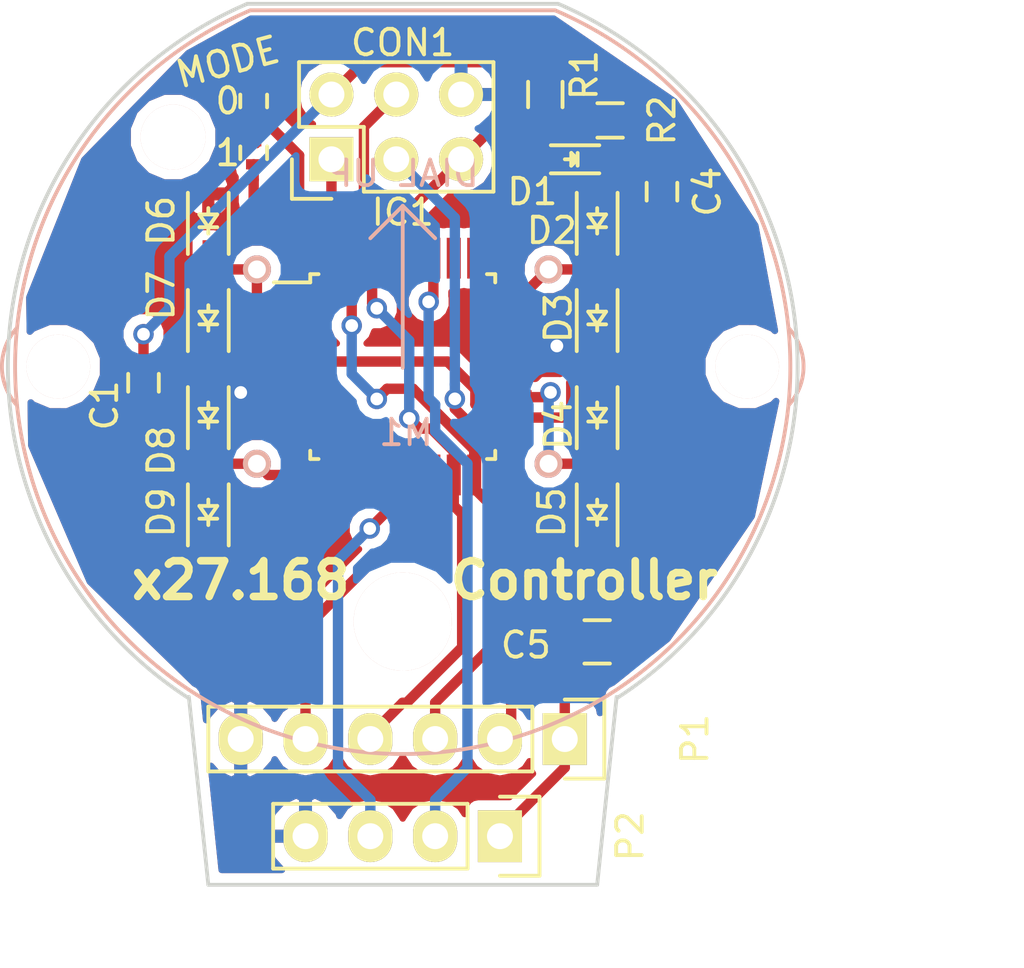
<source format=kicad_pcb>
(kicad_pcb (version 4) (host pcbnew "(2016-03-01 BZR 6606, Git 59f6a72)-product")

  (general
    (links 57)
    (no_connects 0)
    (area 111.01614 61.900999 155.32 101.760001)
    (thickness 1.6)
    (drawings 13)
    (tracks 188)
    (zones 0)
    (modules 21)
    (nets 28)
  )

  (page A4)
  (layers
    (0 F.Cu signal)
    (31 B.Cu signal)
    (32 B.Adhes user)
    (33 F.Adhes user)
    (34 B.Paste user)
    (35 F.Paste user)
    (36 B.SilkS user)
    (37 F.SilkS user)
    (38 B.Mask user)
    (39 F.Mask user)
    (40 Dwgs.User user)
    (41 Cmts.User user)
    (42 Eco1.User user)
    (43 Eco2.User user)
    (44 Edge.Cuts user)
    (45 Margin user)
    (46 B.CrtYd user)
    (47 F.CrtYd user)
    (48 B.Fab user hide)
    (49 F.Fab user hide)
  )

  (setup
    (last_trace_width 0.4064)
    (user_trace_width 0.2032)
    (user_trace_width 0.4064)
    (trace_clearance 0.2)
    (zone_clearance 0.381)
    (zone_45_only no)
    (trace_min 0.2)
    (segment_width 0.2)
    (edge_width 0.15)
    (via_size 0.8)
    (via_drill 0.5)
    (via_min_size 0.4)
    (via_min_drill 0.3)
    (uvia_size 0.3)
    (uvia_drill 0.1)
    (uvias_allowed no)
    (uvia_min_size 0.2)
    (uvia_min_drill 0.1)
    (pcb_text_width 0.3)
    (pcb_text_size 1.5 1.5)
    (mod_edge_width 0.15)
    (mod_text_size 1 1)
    (mod_text_width 0.15)
    (pad_size 1.524 1.524)
    (pad_drill 0.762)
    (pad_to_mask_clearance 0.2)
    (aux_axis_origin 0 0)
    (visible_elements FFFFFF7F)
    (pcbplotparams
      (layerselection 0x010f0_ffffffff)
      (usegerberextensions false)
      (excludeedgelayer true)
      (linewidth 0.100000)
      (plotframeref false)
      (viasonmask false)
      (mode 1)
      (useauxorigin false)
      (hpglpennumber 1)
      (hpglpenspeed 20)
      (hpglpendiameter 15)
      (psnegative false)
      (psa4output false)
      (plotreference true)
      (plotvalue true)
      (plotinvisibletext false)
      (padsonsilk false)
      (subtractmaskfromsilk false)
      (outputformat 1)
      (mirror false)
      (drillshape 0)
      (scaleselection 1)
      (outputdirectory gerbers))
  )

  (net 0 "")
  (net 1 VCC)
  (net 2 GND)
  (net 3 "Net-(C4-Pad1)")
  (net 4 /MISO)
  (net 5 /SCK)
  (net 6 /MOSI)
  (net 7 /~RST)
  (net 8 "Net-(D1-Pad2)")
  (net 9 "Net-(D1-Pad1)")
  (net 10 /M4)
  (net 11 /M3)
  (net 12 /M2)
  (net 13 /M1)
  (net 14 "Net-(IC1-Pad10)")
  (net 15 "Net-(IC1-Pad11)")
  (net 16 /PWM_IN)
  (net 17 "Net-(IC1-Pad13)")
  (net 18 /~SS)
  (net 19 "Net-(IC1-Pad22)")
  (net 20 /ANALOG_IN)
  (net 21 /MODE1)
  (net 22 /MODE0)
  (net 23 "Net-(IC1-Pad23)")
  (net 24 "Net-(IC1-Pad26)")
  (net 25 "Net-(IC1-Pad7)")
  (net 26 "Net-(IC1-Pad8)")
  (net 27 "Net-(IC1-Pad28)")

  (net_class Default "This is the default net class."
    (clearance 0.2)
    (trace_width 0.254)
    (via_dia 0.8)
    (via_drill 0.5)
    (uvia_dia 0.3)
    (uvia_drill 0.1)
    (add_net /ANALOG_IN)
    (add_net /MISO)
    (add_net /MODE0)
    (add_net /MODE1)
    (add_net /MOSI)
    (add_net /PWM_IN)
    (add_net /SCK)
    (add_net /~RST)
    (add_net /~SS)
    (add_net GND)
    (add_net "Net-(C4-Pad1)")
    (add_net "Net-(D1-Pad1)")
    (add_net "Net-(D1-Pad2)")
    (add_net "Net-(IC1-Pad10)")
    (add_net "Net-(IC1-Pad11)")
    (add_net "Net-(IC1-Pad13)")
    (add_net "Net-(IC1-Pad22)")
    (add_net "Net-(IC1-Pad23)")
    (add_net "Net-(IC1-Pad26)")
    (add_net "Net-(IC1-Pad28)")
    (add_net "Net-(IC1-Pad7)")
    (add_net "Net-(IC1-Pad8)")
    (add_net VCC)
  )

  (net_class MOTOR ""
    (clearance 0.2)
    (trace_width 0.4064)
    (via_dia 0.8)
    (via_drill 0.5)
    (uvia_dia 0.3)
    (uvia_drill 0.1)
    (add_net /M1)
    (add_net /M2)
    (add_net /M3)
    (add_net /M4)
  )

  (module Capacitors_SMD:C_0603 (layer F.Cu) (tedit 5415D631) (tstamp 575EC2BC)
    (at 116.84 76.835 270)
    (descr "Capacitor SMD 0603, reflow soldering, AVX (see smccp.pdf)")
    (tags "capacitor 0603")
    (path /575E853F)
    (attr smd)
    (fp_text reference C1 (at 0.889 1.524 270) (layer F.SilkS)
      (effects (font (size 1 1) (thickness 0.15)))
    )
    (fp_text value 100n (at 0 1.9 270) (layer F.Fab)
      (effects (font (size 1 1) (thickness 0.15)))
    )
    (fp_line (start -1.45 -0.75) (end 1.45 -0.75) (layer F.CrtYd) (width 0.05))
    (fp_line (start -1.45 0.75) (end 1.45 0.75) (layer F.CrtYd) (width 0.05))
    (fp_line (start -1.45 -0.75) (end -1.45 0.75) (layer F.CrtYd) (width 0.05))
    (fp_line (start 1.45 -0.75) (end 1.45 0.75) (layer F.CrtYd) (width 0.05))
    (fp_line (start -0.35 -0.6) (end 0.35 -0.6) (layer F.SilkS) (width 0.15))
    (fp_line (start 0.35 0.6) (end -0.35 0.6) (layer F.SilkS) (width 0.15))
    (pad 1 smd rect (at -0.75 0 270) (size 0.8 0.75) (layers F.Cu F.Paste F.Mask)
      (net 1 VCC))
    (pad 2 smd rect (at 0.75 0 270) (size 0.8 0.75) (layers F.Cu F.Paste F.Mask)
      (net 2 GND))
    (model Capacitors_SMD.3dshapes/C_0603.wrl
      (at (xyz 0 0 0))
      (scale (xyz 1 1 1))
      (rotate (xyz 0 0 0))
    )
  )

  (module Capacitors_SMD:C_0603 (layer F.Cu) (tedit 5415D631) (tstamp 575EC2CE)
    (at 137.16 69.342 90)
    (descr "Capacitor SMD 0603, reflow soldering, AVX (see smccp.pdf)")
    (tags "capacitor 0603")
    (path /575EE81D)
    (attr smd)
    (fp_text reference C4 (at 0 1.778 90) (layer F.SilkS)
      (effects (font (size 1 1) (thickness 0.15)))
    )
    (fp_text value 100n (at 0 1.9 90) (layer F.Fab)
      (effects (font (size 1 1) (thickness 0.15)))
    )
    (fp_line (start -1.45 -0.75) (end 1.45 -0.75) (layer F.CrtYd) (width 0.05))
    (fp_line (start -1.45 0.75) (end 1.45 0.75) (layer F.CrtYd) (width 0.05))
    (fp_line (start -1.45 -0.75) (end -1.45 0.75) (layer F.CrtYd) (width 0.05))
    (fp_line (start 1.45 -0.75) (end 1.45 0.75) (layer F.CrtYd) (width 0.05))
    (fp_line (start -0.35 -0.6) (end 0.35 -0.6) (layer F.SilkS) (width 0.15))
    (fp_line (start 0.35 0.6) (end -0.35 0.6) (layer F.SilkS) (width 0.15))
    (pad 1 smd rect (at -0.75 0 90) (size 0.8 0.75) (layers F.Cu F.Paste F.Mask)
      (net 3 "Net-(C4-Pad1)"))
    (pad 2 smd rect (at 0.75 0 90) (size 0.8 0.75) (layers F.Cu F.Paste F.Mask)
      (net 2 GND))
    (model Capacitors_SMD.3dshapes/C_0603.wrl
      (at (xyz 0 0 0))
      (scale (xyz 1 1 1))
      (rotate (xyz 0 0 0))
    )
  )

  (module Capacitors_SMD:C_0805 (layer F.Cu) (tedit 5415D6EA) (tstamp 575EC2D4)
    (at 134.62 86.995)
    (descr "Capacitor SMD 0805, reflow soldering, AVX (see smccp.pdf)")
    (tags "capacitor 0805")
    (path /575EEFF5)
    (attr smd)
    (fp_text reference C5 (at -2.794 0.127 180) (layer F.SilkS)
      (effects (font (size 1 1) (thickness 0.15)))
    )
    (fp_text value 10u (at 0 2.1) (layer F.Fab)
      (effects (font (size 1 1) (thickness 0.15)))
    )
    (fp_line (start -1.8 -1) (end 1.8 -1) (layer F.CrtYd) (width 0.05))
    (fp_line (start -1.8 1) (end 1.8 1) (layer F.CrtYd) (width 0.05))
    (fp_line (start -1.8 -1) (end -1.8 1) (layer F.CrtYd) (width 0.05))
    (fp_line (start 1.8 -1) (end 1.8 1) (layer F.CrtYd) (width 0.05))
    (fp_line (start 0.5 -0.85) (end -0.5 -0.85) (layer F.SilkS) (width 0.15))
    (fp_line (start -0.5 0.85) (end 0.5 0.85) (layer F.SilkS) (width 0.15))
    (pad 1 smd rect (at -1 0) (size 1 1.25) (layers F.Cu F.Paste F.Mask)
      (net 1 VCC))
    (pad 2 smd rect (at 1 0) (size 1 1.25) (layers F.Cu F.Paste F.Mask)
      (net 2 GND))
    (model Capacitors_SMD.3dshapes/C_0805.wrl
      (at (xyz 0 0 0))
      (scale (xyz 1 1 1))
      (rotate (xyz 0 0 0))
    )
  )

  (module Pin_Headers:Pin_Header_Straight_2x03 (layer F.Cu) (tedit 54EA0A4B) (tstamp 575EC2DE)
    (at 124.206 68.072 90)
    (descr "Through hole pin header")
    (tags "pin header")
    (path /575E8639)
    (fp_text reference CON1 (at 4.572 2.794 180) (layer F.SilkS)
      (effects (font (size 1 1) (thickness 0.15)))
    )
    (fp_text value AVR-ISP-6 (at 0 -3.1 90) (layer F.Fab)
      (effects (font (size 1 1) (thickness 0.15)))
    )
    (fp_line (start -1.27 1.27) (end -1.27 6.35) (layer F.SilkS) (width 0.15))
    (fp_line (start -1.55 -1.55) (end 0 -1.55) (layer F.SilkS) (width 0.15))
    (fp_line (start -1.75 -1.75) (end -1.75 6.85) (layer F.CrtYd) (width 0.05))
    (fp_line (start 4.3 -1.75) (end 4.3 6.85) (layer F.CrtYd) (width 0.05))
    (fp_line (start -1.75 -1.75) (end 4.3 -1.75) (layer F.CrtYd) (width 0.05))
    (fp_line (start -1.75 6.85) (end 4.3 6.85) (layer F.CrtYd) (width 0.05))
    (fp_line (start 1.27 -1.27) (end 1.27 1.27) (layer F.SilkS) (width 0.15))
    (fp_line (start 1.27 1.27) (end -1.27 1.27) (layer F.SilkS) (width 0.15))
    (fp_line (start -1.27 6.35) (end 3.81 6.35) (layer F.SilkS) (width 0.15))
    (fp_line (start 3.81 6.35) (end 3.81 1.27) (layer F.SilkS) (width 0.15))
    (fp_line (start -1.55 -1.55) (end -1.55 0) (layer F.SilkS) (width 0.15))
    (fp_line (start 3.81 -1.27) (end 1.27 -1.27) (layer F.SilkS) (width 0.15))
    (fp_line (start 3.81 1.27) (end 3.81 -1.27) (layer F.SilkS) (width 0.15))
    (pad 1 thru_hole rect (at 0 0 90) (size 1.7272 1.7272) (drill 1.016) (layers *.Cu *.Mask F.SilkS)
      (net 4 /MISO))
    (pad 2 thru_hole oval (at 2.54 0 90) (size 1.7272 1.7272) (drill 1.016) (layers *.Cu *.Mask F.SilkS)
      (net 1 VCC))
    (pad 3 thru_hole oval (at 0 2.54 90) (size 1.7272 1.7272) (drill 1.016) (layers *.Cu *.Mask F.SilkS)
      (net 5 /SCK))
    (pad 4 thru_hole oval (at 2.54 2.54 90) (size 1.7272 1.7272) (drill 1.016) (layers *.Cu *.Mask F.SilkS)
      (net 6 /MOSI))
    (pad 5 thru_hole oval (at 0 5.08 90) (size 1.7272 1.7272) (drill 1.016) (layers *.Cu *.Mask F.SilkS)
      (net 7 /~RST))
    (pad 6 thru_hole oval (at 2.54 5.08 90) (size 1.7272 1.7272) (drill 1.016) (layers *.Cu *.Mask F.SilkS)
      (net 2 GND))
    (model Pin_Headers.3dshapes/Pin_Header_Straight_2x03.wrl
      (at (xyz 0.05 -0.1 0))
      (scale (xyz 1 1 1))
      (rotate (xyz 0 0 90))
    )
  )

  (module LEDs:LED_0603 (layer F.Cu) (tedit 55BDE255) (tstamp 575EC2E4)
    (at 133.604 68.072 180)
    (descr "LED 0603 smd package")
    (tags "LED led 0603 SMD smd SMT smt smdled SMDLED smtled SMTLED")
    (path /575E9D0F)
    (attr smd)
    (fp_text reference D1 (at 1.524 -1.27 180) (layer F.SilkS)
      (effects (font (size 1 1) (thickness 0.15)))
    )
    (fp_text value RED (at 0 1.5 180) (layer F.Fab)
      (effects (font (size 1 1) (thickness 0.15)))
    )
    (fp_line (start -1.1 0.55) (end 0.8 0.55) (layer F.SilkS) (width 0.15))
    (fp_line (start -1.1 -0.55) (end 0.8 -0.55) (layer F.SilkS) (width 0.15))
    (fp_line (start -0.2 0) (end 0.25 0) (layer F.SilkS) (width 0.15))
    (fp_line (start -0.25 -0.25) (end -0.25 0.25) (layer F.SilkS) (width 0.15))
    (fp_line (start -0.25 0) (end 0 -0.25) (layer F.SilkS) (width 0.15))
    (fp_line (start 0 -0.25) (end 0 0.25) (layer F.SilkS) (width 0.15))
    (fp_line (start 0 0.25) (end -0.25 0) (layer F.SilkS) (width 0.15))
    (fp_line (start 1.4 -0.75) (end 1.4 0.75) (layer F.CrtYd) (width 0.05))
    (fp_line (start 1.4 0.75) (end -1.4 0.75) (layer F.CrtYd) (width 0.05))
    (fp_line (start -1.4 0.75) (end -1.4 -0.75) (layer F.CrtYd) (width 0.05))
    (fp_line (start -1.4 -0.75) (end 1.4 -0.75) (layer F.CrtYd) (width 0.05))
    (pad 2 smd rect (at 0.7493 0) (size 0.79756 0.79756) (layers F.Cu F.Paste F.Mask)
      (net 8 "Net-(D1-Pad2)"))
    (pad 1 smd rect (at -0.7493 0) (size 0.79756 0.79756) (layers F.Cu F.Paste F.Mask)
      (net 9 "Net-(D1-Pad1)"))
    (model LEDs.3dshapes/LED_0603.wrl
      (at (xyz 0 0 0))
      (scale (xyz 1 1 1))
      (rotate (xyz 0 0 180))
    )
  )

  (module Housings_QFP:TQFP-32_7x7mm_Pitch0.8mm locked (layer F.Cu) (tedit 54130A77) (tstamp 575EC338)
    (at 127 76.2)
    (descr "32-Lead Plastic Thin Quad Flatpack (PT) - 7x7x1.0 mm Body, 2.00 mm [TQFP] (see Microchip Packaging Specification 00000049BS.pdf)")
    (tags "QFP 0.8")
    (path /575EA572)
    (attr smd)
    (fp_text reference IC1 (at 0 -6.05) (layer F.SilkS)
      (effects (font (size 1 1) (thickness 0.15)))
    )
    (fp_text value ATMEGA328P-A (at 0 6.05) (layer F.Fab)
      (effects (font (size 1 1) (thickness 0.15)))
    )
    (fp_line (start -5.3 -5.3) (end -5.3 5.3) (layer F.CrtYd) (width 0.05))
    (fp_line (start 5.3 -5.3) (end 5.3 5.3) (layer F.CrtYd) (width 0.05))
    (fp_line (start -5.3 -5.3) (end 5.3 -5.3) (layer F.CrtYd) (width 0.05))
    (fp_line (start -5.3 5.3) (end 5.3 5.3) (layer F.CrtYd) (width 0.05))
    (fp_line (start -3.625 -3.625) (end -3.625 -3.3) (layer F.SilkS) (width 0.15))
    (fp_line (start 3.625 -3.625) (end 3.625 -3.3) (layer F.SilkS) (width 0.15))
    (fp_line (start 3.625 3.625) (end 3.625 3.3) (layer F.SilkS) (width 0.15))
    (fp_line (start -3.625 3.625) (end -3.625 3.3) (layer F.SilkS) (width 0.15))
    (fp_line (start -3.625 -3.625) (end -3.3 -3.625) (layer F.SilkS) (width 0.15))
    (fp_line (start -3.625 3.625) (end -3.3 3.625) (layer F.SilkS) (width 0.15))
    (fp_line (start 3.625 3.625) (end 3.3 3.625) (layer F.SilkS) (width 0.15))
    (fp_line (start 3.625 -3.625) (end 3.3 -3.625) (layer F.SilkS) (width 0.15))
    (fp_line (start -3.625 -3.3) (end -5.05 -3.3) (layer F.SilkS) (width 0.15))
    (pad 1 smd rect (at -4.25 -2.8) (size 1.6 0.55) (layers F.Cu F.Paste F.Mask)
      (net 21 /MODE1))
    (pad 2 smd rect (at -4.25 -2) (size 1.6 0.55) (layers F.Cu F.Paste F.Mask)
      (net 12 /M2))
    (pad 3 smd rect (at -4.25 -1.2) (size 1.6 0.55) (layers F.Cu F.Paste F.Mask)
      (net 2 GND))
    (pad 4 smd rect (at -4.25 -0.4) (size 1.6 0.55) (layers F.Cu F.Paste F.Mask)
      (net 1 VCC))
    (pad 5 smd rect (at -4.25 0.4) (size 1.6 0.55) (layers F.Cu F.Paste F.Mask)
      (net 2 GND))
    (pad 6 smd rect (at -4.25 1.2) (size 1.6 0.55) (layers F.Cu F.Paste F.Mask)
      (net 1 VCC))
    (pad 7 smd rect (at -4.25 2) (size 1.6 0.55) (layers F.Cu F.Paste F.Mask)
      (net 25 "Net-(IC1-Pad7)"))
    (pad 8 smd rect (at -4.25 2.8) (size 1.6 0.55) (layers F.Cu F.Paste F.Mask)
      (net 26 "Net-(IC1-Pad8)"))
    (pad 9 smd rect (at -2.8 4.25 90) (size 1.6 0.55) (layers F.Cu F.Paste F.Mask)
      (net 13 /M1))
    (pad 10 smd rect (at -2 4.25 90) (size 1.6 0.55) (layers F.Cu F.Paste F.Mask)
      (net 14 "Net-(IC1-Pad10)"))
    (pad 11 smd rect (at -1.2 4.25 90) (size 1.6 0.55) (layers F.Cu F.Paste F.Mask)
      (net 15 "Net-(IC1-Pad11)"))
    (pad 12 smd rect (at -0.4 4.25 90) (size 1.6 0.55) (layers F.Cu F.Paste F.Mask)
      (net 16 /PWM_IN))
    (pad 13 smd rect (at 0.4 4.25 90) (size 1.6 0.55) (layers F.Cu F.Paste F.Mask)
      (net 17 "Net-(IC1-Pad13)"))
    (pad 14 smd rect (at 1.2 4.25 90) (size 1.6 0.55) (layers F.Cu F.Paste F.Mask)
      (net 18 /~SS))
    (pad 15 smd rect (at 2 4.25 90) (size 1.6 0.55) (layers F.Cu F.Paste F.Mask)
      (net 6 /MOSI))
    (pad 16 smd rect (at 2.8 4.25 90) (size 1.6 0.55) (layers F.Cu F.Paste F.Mask)
      (net 4 /MISO))
    (pad 17 smd rect (at 4.25 2.8) (size 1.6 0.55) (layers F.Cu F.Paste F.Mask)
      (net 5 /SCK))
    (pad 18 smd rect (at 4.25 2) (size 1.6 0.55) (layers F.Cu F.Paste F.Mask)
      (net 1 VCC))
    (pad 19 smd rect (at 4.25 1.2) (size 1.6 0.55) (layers F.Cu F.Paste F.Mask)
      (net 11 /M3))
    (pad 20 smd rect (at 4.25 0.4) (size 1.6 0.55) (layers F.Cu F.Paste F.Mask)
      (net 3 "Net-(C4-Pad1)"))
    (pad 21 smd rect (at 4.25 -0.4) (size 1.6 0.55) (layers F.Cu F.Paste F.Mask)
      (net 2 GND))
    (pad 22 smd rect (at 4.25 -1.2) (size 1.6 0.55) (layers F.Cu F.Paste F.Mask)
      (net 19 "Net-(IC1-Pad22)"))
    (pad 23 smd rect (at 4.25 -2) (size 1.6 0.55) (layers F.Cu F.Paste F.Mask)
      (net 23 "Net-(IC1-Pad23)"))
    (pad 24 smd rect (at 4.25 -2.8) (size 1.6 0.55) (layers F.Cu F.Paste F.Mask)
      (net 10 /M4))
    (pad 25 smd rect (at 2.8 -4.25 90) (size 1.6 0.55) (layers F.Cu F.Paste F.Mask)
      (net 8 "Net-(D1-Pad2)"))
    (pad 26 smd rect (at 2 -4.25 90) (size 1.6 0.55) (layers F.Cu F.Paste F.Mask)
      (net 24 "Net-(IC1-Pad26)"))
    (pad 27 smd rect (at 1.2 -4.25 90) (size 1.6 0.55) (layers F.Cu F.Paste F.Mask)
      (net 20 /ANALOG_IN))
    (pad 28 smd rect (at 0.4 -4.25 90) (size 1.6 0.55) (layers F.Cu F.Paste F.Mask)
      (net 27 "Net-(IC1-Pad28)"))
    (pad 29 smd rect (at -0.4 -4.25 90) (size 1.6 0.55) (layers F.Cu F.Paste F.Mask)
      (net 7 /~RST))
    (pad 30 smd rect (at -1.2 -4.25 90) (size 1.6 0.55) (layers F.Cu F.Paste F.Mask)
      (net 6 /MOSI))
    (pad 31 smd rect (at -2 -4.25 90) (size 1.6 0.55) (layers F.Cu F.Paste F.Mask)
      (net 4 /MISO))
    (pad 32 smd rect (at -2.8 -4.25 90) (size 1.6 0.55) (layers F.Cu F.Paste F.Mask)
      (net 22 /MODE0))
    (model Housings_QFP.3dshapes/TQFP-32_7x7mm_Pitch0.8mm.wrl
      (at (xyz 0 0 0))
      (scale (xyz 1 1 1))
      (rotate (xyz 0 0 0))
    )
  )

  (module Resistors_SMD:R_0603 (layer F.Cu) (tedit 5415CC62) (tstamp 575EC35A)
    (at 132.588 65.532 270)
    (descr "Resistor SMD 0603, reflow soldering, Vishay (see dcrcw.pdf)")
    (tags "resistor 0603")
    (path /575E885C)
    (attr smd)
    (fp_text reference R1 (at -0.762 -1.524 270) (layer F.SilkS)
      (effects (font (size 1 1) (thickness 0.15)))
    )
    (fp_text value 10K (at 0 1.9 270) (layer F.Fab)
      (effects (font (size 1 1) (thickness 0.15)))
    )
    (fp_line (start -1.3 -0.8) (end 1.3 -0.8) (layer F.CrtYd) (width 0.05))
    (fp_line (start -1.3 0.8) (end 1.3 0.8) (layer F.CrtYd) (width 0.05))
    (fp_line (start -1.3 -0.8) (end -1.3 0.8) (layer F.CrtYd) (width 0.05))
    (fp_line (start 1.3 -0.8) (end 1.3 0.8) (layer F.CrtYd) (width 0.05))
    (fp_line (start 0.5 0.675) (end -0.5 0.675) (layer F.SilkS) (width 0.15))
    (fp_line (start -0.5 -0.675) (end 0.5 -0.675) (layer F.SilkS) (width 0.15))
    (pad 1 smd rect (at -0.75 0 270) (size 0.5 0.9) (layers F.Cu F.Paste F.Mask)
      (net 1 VCC))
    (pad 2 smd rect (at 0.75 0 270) (size 0.5 0.9) (layers F.Cu F.Paste F.Mask)
      (net 7 /~RST))
    (model Resistors_SMD.3dshapes/R_0603.wrl
      (at (xyz 0 0 0))
      (scale (xyz 1 1 1))
      (rotate (xyz 0 0 0))
    )
  )

  (module Resistors_SMD:R_0603 (layer F.Cu) (tedit 5415CC62) (tstamp 575EC360)
    (at 135.128 66.548)
    (descr "Resistor SMD 0603, reflow soldering, Vishay (see dcrcw.pdf)")
    (tags "resistor 0603")
    (path /575E9E10)
    (attr smd)
    (fp_text reference R2 (at 2.032 0 90) (layer F.SilkS)
      (effects (font (size 1 1) (thickness 0.15)))
    )
    (fp_text value 1K (at 0 1.9) (layer F.Fab)
      (effects (font (size 1 1) (thickness 0.15)))
    )
    (fp_line (start -1.3 -0.8) (end 1.3 -0.8) (layer F.CrtYd) (width 0.05))
    (fp_line (start -1.3 0.8) (end 1.3 0.8) (layer F.CrtYd) (width 0.05))
    (fp_line (start -1.3 -0.8) (end -1.3 0.8) (layer F.CrtYd) (width 0.05))
    (fp_line (start 1.3 -0.8) (end 1.3 0.8) (layer F.CrtYd) (width 0.05))
    (fp_line (start 0.5 0.675) (end -0.5 0.675) (layer F.SilkS) (width 0.15))
    (fp_line (start -0.5 -0.675) (end 0.5 -0.675) (layer F.SilkS) (width 0.15))
    (pad 1 smd rect (at -0.75 0) (size 0.5 0.9) (layers F.Cu F.Paste F.Mask)
      (net 9 "Net-(D1-Pad1)"))
    (pad 2 smd rect (at 0.75 0) (size 0.5 0.9) (layers F.Cu F.Paste F.Mask)
      (net 2 GND))
    (model Resistors_SMD.3dshapes/R_0603.wrl
      (at (xyz 0 0 0))
      (scale (xyz 1 1 1))
      (rotate (xyz 0 0 0))
    )
  )

  (module Diodes_SMD:SOD-323 (layer F.Cu) (tedit 5530FC5E) (tstamp 575ECBA1)
    (at 134.62 70.485 90)
    (descr SOD-323)
    (tags SOD-323)
    (path /575EA33E)
    (attr smd)
    (fp_text reference D2 (at -0.381 -1.778 180) (layer F.SilkS)
      (effects (font (size 1 1) (thickness 0.15)))
    )
    (fp_text value LL4148 (at 0.1 1.9 90) (layer F.Fab)
      (effects (font (size 1 1) (thickness 0.15)))
    )
    (fp_line (start 0.25 0) (end 0.5 0) (layer F.SilkS) (width 0.15))
    (fp_line (start -0.25 0) (end -0.5 0) (layer F.SilkS) (width 0.15))
    (fp_line (start -0.25 0) (end 0.25 -0.35) (layer F.SilkS) (width 0.15))
    (fp_line (start 0.25 -0.35) (end 0.25 0.35) (layer F.SilkS) (width 0.15))
    (fp_line (start 0.25 0.35) (end -0.25 0) (layer F.SilkS) (width 0.15))
    (fp_line (start -0.25 -0.35) (end -0.25 0.35) (layer F.SilkS) (width 0.15))
    (fp_line (start -1.5 -0.95) (end 1.5 -0.95) (layer F.CrtYd) (width 0.05))
    (fp_line (start 1.5 -0.95) (end 1.5 0.95) (layer F.CrtYd) (width 0.05))
    (fp_line (start -1.5 0.95) (end 1.5 0.95) (layer F.CrtYd) (width 0.05))
    (fp_line (start -1.5 -0.95) (end -1.5 0.95) (layer F.CrtYd) (width 0.05))
    (fp_line (start -1.3 0.8) (end 1.1 0.8) (layer F.SilkS) (width 0.15))
    (fp_line (start -1.3 -0.8) (end 1.1 -0.8) (layer F.SilkS) (width 0.15))
    (pad 1 smd rect (at -1.055 0 90) (size 0.59 0.45) (layers F.Cu F.Paste F.Mask)
      (net 10 /M4))
    (pad 2 smd rect (at 1.055 0 90) (size 0.59 0.45) (layers F.Cu F.Paste F.Mask)
      (net 2 GND))
    (model Diodes_SMD.3dshapes/SOD-323.wrl
      (at (xyz 0 0 0))
      (scale (xyz 1 1 1))
      (rotate (xyz 0 0 0))
    )
  )

  (module Diodes_SMD:SOD-323 (layer F.Cu) (tedit 5530FC5E) (tstamp 575ECBA6)
    (at 134.62 74.295 90)
    (descr SOD-323)
    (tags SOD-323)
    (path /575EA20A)
    (attr smd)
    (fp_text reference D3 (at 0 -1.524 90) (layer F.SilkS)
      (effects (font (size 1 1) (thickness 0.15)))
    )
    (fp_text value LL4148 (at 0.1 1.9 90) (layer F.Fab)
      (effects (font (size 1 1) (thickness 0.15)))
    )
    (fp_line (start 0.25 0) (end 0.5 0) (layer F.SilkS) (width 0.15))
    (fp_line (start -0.25 0) (end -0.5 0) (layer F.SilkS) (width 0.15))
    (fp_line (start -0.25 0) (end 0.25 -0.35) (layer F.SilkS) (width 0.15))
    (fp_line (start 0.25 -0.35) (end 0.25 0.35) (layer F.SilkS) (width 0.15))
    (fp_line (start 0.25 0.35) (end -0.25 0) (layer F.SilkS) (width 0.15))
    (fp_line (start -0.25 -0.35) (end -0.25 0.35) (layer F.SilkS) (width 0.15))
    (fp_line (start -1.5 -0.95) (end 1.5 -0.95) (layer F.CrtYd) (width 0.05))
    (fp_line (start 1.5 -0.95) (end 1.5 0.95) (layer F.CrtYd) (width 0.05))
    (fp_line (start -1.5 0.95) (end 1.5 0.95) (layer F.CrtYd) (width 0.05))
    (fp_line (start -1.5 -0.95) (end -1.5 0.95) (layer F.CrtYd) (width 0.05))
    (fp_line (start -1.3 0.8) (end 1.1 0.8) (layer F.SilkS) (width 0.15))
    (fp_line (start -1.3 -0.8) (end 1.1 -0.8) (layer F.SilkS) (width 0.15))
    (pad 1 smd rect (at -1.055 0 90) (size 0.59 0.45) (layers F.Cu F.Paste F.Mask)
      (net 1 VCC))
    (pad 2 smd rect (at 1.055 0 90) (size 0.59 0.45) (layers F.Cu F.Paste F.Mask)
      (net 10 /M4))
    (model Diodes_SMD.3dshapes/SOD-323.wrl
      (at (xyz 0 0 0))
      (scale (xyz 1 1 1))
      (rotate (xyz 0 0 0))
    )
  )

  (module Diodes_SMD:SOD-323 (layer F.Cu) (tedit 5530FC5E) (tstamp 575ECBAB)
    (at 134.62 78.105 90)
    (descr SOD-323)
    (tags SOD-323)
    (path /575EA2F9)
    (attr smd)
    (fp_text reference D4 (at -0.381 -1.524 90) (layer F.SilkS)
      (effects (font (size 1 1) (thickness 0.15)))
    )
    (fp_text value LL4148 (at 0.1 1.9 90) (layer F.Fab)
      (effects (font (size 1 1) (thickness 0.15)))
    )
    (fp_line (start 0.25 0) (end 0.5 0) (layer F.SilkS) (width 0.15))
    (fp_line (start -0.25 0) (end -0.5 0) (layer F.SilkS) (width 0.15))
    (fp_line (start -0.25 0) (end 0.25 -0.35) (layer F.SilkS) (width 0.15))
    (fp_line (start 0.25 -0.35) (end 0.25 0.35) (layer F.SilkS) (width 0.15))
    (fp_line (start 0.25 0.35) (end -0.25 0) (layer F.SilkS) (width 0.15))
    (fp_line (start -0.25 -0.35) (end -0.25 0.35) (layer F.SilkS) (width 0.15))
    (fp_line (start -1.5 -0.95) (end 1.5 -0.95) (layer F.CrtYd) (width 0.05))
    (fp_line (start 1.5 -0.95) (end 1.5 0.95) (layer F.CrtYd) (width 0.05))
    (fp_line (start -1.5 0.95) (end 1.5 0.95) (layer F.CrtYd) (width 0.05))
    (fp_line (start -1.5 -0.95) (end -1.5 0.95) (layer F.CrtYd) (width 0.05))
    (fp_line (start -1.3 0.8) (end 1.1 0.8) (layer F.SilkS) (width 0.15))
    (fp_line (start -1.3 -0.8) (end 1.1 -0.8) (layer F.SilkS) (width 0.15))
    (pad 1 smd rect (at -1.055 0 90) (size 0.59 0.45) (layers F.Cu F.Paste F.Mask)
      (net 11 /M3))
    (pad 2 smd rect (at 1.055 0 90) (size 0.59 0.45) (layers F.Cu F.Paste F.Mask)
      (net 2 GND))
    (model Diodes_SMD.3dshapes/SOD-323.wrl
      (at (xyz 0 0 0))
      (scale (xyz 1 1 1))
      (rotate (xyz 0 0 0))
    )
  )

  (module Diodes_SMD:SOD-323 (layer F.Cu) (tedit 5530FC5E) (tstamp 575ECBB0)
    (at 134.62 81.915 90)
    (descr SOD-323)
    (tags SOD-323)
    (path /575EA1CD)
    (attr smd)
    (fp_text reference D5 (at 0 -1.778 90) (layer F.SilkS)
      (effects (font (size 1 1) (thickness 0.15)))
    )
    (fp_text value LL4148 (at 0.1 1.9 90) (layer F.Fab)
      (effects (font (size 1 1) (thickness 0.15)))
    )
    (fp_line (start 0.25 0) (end 0.5 0) (layer F.SilkS) (width 0.15))
    (fp_line (start -0.25 0) (end -0.5 0) (layer F.SilkS) (width 0.15))
    (fp_line (start -0.25 0) (end 0.25 -0.35) (layer F.SilkS) (width 0.15))
    (fp_line (start 0.25 -0.35) (end 0.25 0.35) (layer F.SilkS) (width 0.15))
    (fp_line (start 0.25 0.35) (end -0.25 0) (layer F.SilkS) (width 0.15))
    (fp_line (start -0.25 -0.35) (end -0.25 0.35) (layer F.SilkS) (width 0.15))
    (fp_line (start -1.5 -0.95) (end 1.5 -0.95) (layer F.CrtYd) (width 0.05))
    (fp_line (start 1.5 -0.95) (end 1.5 0.95) (layer F.CrtYd) (width 0.05))
    (fp_line (start -1.5 0.95) (end 1.5 0.95) (layer F.CrtYd) (width 0.05))
    (fp_line (start -1.5 -0.95) (end -1.5 0.95) (layer F.CrtYd) (width 0.05))
    (fp_line (start -1.3 0.8) (end 1.1 0.8) (layer F.SilkS) (width 0.15))
    (fp_line (start -1.3 -0.8) (end 1.1 -0.8) (layer F.SilkS) (width 0.15))
    (pad 1 smd rect (at -1.055 0 90) (size 0.59 0.45) (layers F.Cu F.Paste F.Mask)
      (net 1 VCC))
    (pad 2 smd rect (at 1.055 0 90) (size 0.59 0.45) (layers F.Cu F.Paste F.Mask)
      (net 11 /M3))
    (model Diodes_SMD.3dshapes/SOD-323.wrl
      (at (xyz 0 0 0))
      (scale (xyz 1 1 1))
      (rotate (xyz 0 0 0))
    )
  )

  (module Diodes_SMD:SOD-323 (layer F.Cu) (tedit 5530FC5E) (tstamp 575ECBB5)
    (at 119.38 70.485 90)
    (descr SOD-323)
    (tags SOD-323)
    (path /575EA2B3)
    (attr smd)
    (fp_text reference D6 (at 0 -1.85 90) (layer F.SilkS)
      (effects (font (size 1 1) (thickness 0.15)))
    )
    (fp_text value LL4148 (at 0.1 1.9 90) (layer F.Fab)
      (effects (font (size 1 1) (thickness 0.15)))
    )
    (fp_line (start 0.25 0) (end 0.5 0) (layer F.SilkS) (width 0.15))
    (fp_line (start -0.25 0) (end -0.5 0) (layer F.SilkS) (width 0.15))
    (fp_line (start -0.25 0) (end 0.25 -0.35) (layer F.SilkS) (width 0.15))
    (fp_line (start 0.25 -0.35) (end 0.25 0.35) (layer F.SilkS) (width 0.15))
    (fp_line (start 0.25 0.35) (end -0.25 0) (layer F.SilkS) (width 0.15))
    (fp_line (start -0.25 -0.35) (end -0.25 0.35) (layer F.SilkS) (width 0.15))
    (fp_line (start -1.5 -0.95) (end 1.5 -0.95) (layer F.CrtYd) (width 0.05))
    (fp_line (start 1.5 -0.95) (end 1.5 0.95) (layer F.CrtYd) (width 0.05))
    (fp_line (start -1.5 0.95) (end 1.5 0.95) (layer F.CrtYd) (width 0.05))
    (fp_line (start -1.5 -0.95) (end -1.5 0.95) (layer F.CrtYd) (width 0.05))
    (fp_line (start -1.3 0.8) (end 1.1 0.8) (layer F.SilkS) (width 0.15))
    (fp_line (start -1.3 -0.8) (end 1.1 -0.8) (layer F.SilkS) (width 0.15))
    (pad 1 smd rect (at -1.055 0 90) (size 0.59 0.45) (layers F.Cu F.Paste F.Mask)
      (net 12 /M2))
    (pad 2 smd rect (at 1.055 0 90) (size 0.59 0.45) (layers F.Cu F.Paste F.Mask)
      (net 2 GND))
    (model Diodes_SMD.3dshapes/SOD-323.wrl
      (at (xyz 0 0 0))
      (scale (xyz 1 1 1))
      (rotate (xyz 0 0 0))
    )
  )

  (module Diodes_SMD:SOD-323 (layer F.Cu) (tedit 5530FC5E) (tstamp 575ECBBA)
    (at 119.38 74.295 90)
    (descr SOD-323)
    (tags SOD-323)
    (path /575EA15F)
    (attr smd)
    (fp_text reference D7 (at 0.889 -1.85 90) (layer F.SilkS)
      (effects (font (size 1 1) (thickness 0.15)))
    )
    (fp_text value LL4148 (at 0.1 1.9 90) (layer F.Fab)
      (effects (font (size 1 1) (thickness 0.15)))
    )
    (fp_line (start 0.25 0) (end 0.5 0) (layer F.SilkS) (width 0.15))
    (fp_line (start -0.25 0) (end -0.5 0) (layer F.SilkS) (width 0.15))
    (fp_line (start -0.25 0) (end 0.25 -0.35) (layer F.SilkS) (width 0.15))
    (fp_line (start 0.25 -0.35) (end 0.25 0.35) (layer F.SilkS) (width 0.15))
    (fp_line (start 0.25 0.35) (end -0.25 0) (layer F.SilkS) (width 0.15))
    (fp_line (start -0.25 -0.35) (end -0.25 0.35) (layer F.SilkS) (width 0.15))
    (fp_line (start -1.5 -0.95) (end 1.5 -0.95) (layer F.CrtYd) (width 0.05))
    (fp_line (start 1.5 -0.95) (end 1.5 0.95) (layer F.CrtYd) (width 0.05))
    (fp_line (start -1.5 0.95) (end 1.5 0.95) (layer F.CrtYd) (width 0.05))
    (fp_line (start -1.5 -0.95) (end -1.5 0.95) (layer F.CrtYd) (width 0.05))
    (fp_line (start -1.3 0.8) (end 1.1 0.8) (layer F.SilkS) (width 0.15))
    (fp_line (start -1.3 -0.8) (end 1.1 -0.8) (layer F.SilkS) (width 0.15))
    (pad 1 smd rect (at -1.055 0 90) (size 0.59 0.45) (layers F.Cu F.Paste F.Mask)
      (net 1 VCC))
    (pad 2 smd rect (at 1.055 0 90) (size 0.59 0.45) (layers F.Cu F.Paste F.Mask)
      (net 12 /M2))
    (model Diodes_SMD.3dshapes/SOD-323.wrl
      (at (xyz 0 0 0))
      (scale (xyz 1 1 1))
      (rotate (xyz 0 0 0))
    )
  )

  (module Diodes_SMD:SOD-323 (layer F.Cu) (tedit 5530FC5E) (tstamp 575ECBBF)
    (at 119.38 78.105 90)
    (descr SOD-323)
    (tags SOD-323)
    (path /575EA246)
    (attr smd)
    (fp_text reference D8 (at -1.397 -1.85 90) (layer F.SilkS)
      (effects (font (size 1 1) (thickness 0.15)))
    )
    (fp_text value LL4148 (at 0.1 1.9 90) (layer F.Fab)
      (effects (font (size 1 1) (thickness 0.15)))
    )
    (fp_line (start 0.25 0) (end 0.5 0) (layer F.SilkS) (width 0.15))
    (fp_line (start -0.25 0) (end -0.5 0) (layer F.SilkS) (width 0.15))
    (fp_line (start -0.25 0) (end 0.25 -0.35) (layer F.SilkS) (width 0.15))
    (fp_line (start 0.25 -0.35) (end 0.25 0.35) (layer F.SilkS) (width 0.15))
    (fp_line (start 0.25 0.35) (end -0.25 0) (layer F.SilkS) (width 0.15))
    (fp_line (start -0.25 -0.35) (end -0.25 0.35) (layer F.SilkS) (width 0.15))
    (fp_line (start -1.5 -0.95) (end 1.5 -0.95) (layer F.CrtYd) (width 0.05))
    (fp_line (start 1.5 -0.95) (end 1.5 0.95) (layer F.CrtYd) (width 0.05))
    (fp_line (start -1.5 0.95) (end 1.5 0.95) (layer F.CrtYd) (width 0.05))
    (fp_line (start -1.5 -0.95) (end -1.5 0.95) (layer F.CrtYd) (width 0.05))
    (fp_line (start -1.3 0.8) (end 1.1 0.8) (layer F.SilkS) (width 0.15))
    (fp_line (start -1.3 -0.8) (end 1.1 -0.8) (layer F.SilkS) (width 0.15))
    (pad 1 smd rect (at -1.055 0 90) (size 0.59 0.45) (layers F.Cu F.Paste F.Mask)
      (net 13 /M1))
    (pad 2 smd rect (at 1.055 0 90) (size 0.59 0.45) (layers F.Cu F.Paste F.Mask)
      (net 2 GND))
    (model Diodes_SMD.3dshapes/SOD-323.wrl
      (at (xyz 0 0 0))
      (scale (xyz 1 1 1))
      (rotate (xyz 0 0 0))
    )
  )

  (module Diodes_SMD:SOD-323 (layer F.Cu) (tedit 5530FC5E) (tstamp 575ECBC4)
    (at 119.38 81.915 90)
    (descr SOD-323)
    (tags SOD-323)
    (path /575EA0BA)
    (attr smd)
    (fp_text reference D9 (at 0 -1.85 90) (layer F.SilkS)
      (effects (font (size 1 1) (thickness 0.15)))
    )
    (fp_text value LL4148 (at 0.1 1.9 90) (layer F.Fab)
      (effects (font (size 1 1) (thickness 0.15)))
    )
    (fp_line (start 0.25 0) (end 0.5 0) (layer F.SilkS) (width 0.15))
    (fp_line (start -0.25 0) (end -0.5 0) (layer F.SilkS) (width 0.15))
    (fp_line (start -0.25 0) (end 0.25 -0.35) (layer F.SilkS) (width 0.15))
    (fp_line (start 0.25 -0.35) (end 0.25 0.35) (layer F.SilkS) (width 0.15))
    (fp_line (start 0.25 0.35) (end -0.25 0) (layer F.SilkS) (width 0.15))
    (fp_line (start -0.25 -0.35) (end -0.25 0.35) (layer F.SilkS) (width 0.15))
    (fp_line (start -1.5 -0.95) (end 1.5 -0.95) (layer F.CrtYd) (width 0.05))
    (fp_line (start 1.5 -0.95) (end 1.5 0.95) (layer F.CrtYd) (width 0.05))
    (fp_line (start -1.5 0.95) (end 1.5 0.95) (layer F.CrtYd) (width 0.05))
    (fp_line (start -1.5 -0.95) (end -1.5 0.95) (layer F.CrtYd) (width 0.05))
    (fp_line (start -1.3 0.8) (end 1.1 0.8) (layer F.SilkS) (width 0.15))
    (fp_line (start -1.3 -0.8) (end 1.1 -0.8) (layer F.SilkS) (width 0.15))
    (pad 1 smd rect (at -1.055 0 90) (size 0.59 0.45) (layers F.Cu F.Paste F.Mask)
      (net 1 VCC))
    (pad 2 smd rect (at 1.055 0 90) (size 0.59 0.45) (layers F.Cu F.Paste F.Mask)
      (net 13 /M1))
    (model Diodes_SMD.3dshapes/SOD-323.wrl
      (at (xyz 0 0 0))
      (scale (xyz 1 1 1))
      (rotate (xyz 0 0 0))
    )
  )

  (module Pin_Headers:Pin_Header_Straight_1x06 (layer F.Cu) (tedit 0) (tstamp 575ED05B)
    (at 133.35 90.805 270)
    (descr "Through hole pin header")
    (tags "pin header")
    (path /575F2280)
    (fp_text reference P1 (at 0 -5.1 270) (layer F.SilkS)
      (effects (font (size 1 1) (thickness 0.15)))
    )
    (fp_text value COMMS (at 0 -3.1 270) (layer F.Fab)
      (effects (font (size 1 1) (thickness 0.15)))
    )
    (fp_line (start -1.75 -1.75) (end -1.75 14.45) (layer F.CrtYd) (width 0.05))
    (fp_line (start 1.75 -1.75) (end 1.75 14.45) (layer F.CrtYd) (width 0.05))
    (fp_line (start -1.75 -1.75) (end 1.75 -1.75) (layer F.CrtYd) (width 0.05))
    (fp_line (start -1.75 14.45) (end 1.75 14.45) (layer F.CrtYd) (width 0.05))
    (fp_line (start 1.27 1.27) (end 1.27 13.97) (layer F.SilkS) (width 0.15))
    (fp_line (start 1.27 13.97) (end -1.27 13.97) (layer F.SilkS) (width 0.15))
    (fp_line (start -1.27 13.97) (end -1.27 1.27) (layer F.SilkS) (width 0.15))
    (fp_line (start 1.55 -1.55) (end 1.55 0) (layer F.SilkS) (width 0.15))
    (fp_line (start 1.27 1.27) (end -1.27 1.27) (layer F.SilkS) (width 0.15))
    (fp_line (start -1.55 0) (end -1.55 -1.55) (layer F.SilkS) (width 0.15))
    (fp_line (start -1.55 -1.55) (end 1.55 -1.55) (layer F.SilkS) (width 0.15))
    (pad 1 thru_hole rect (at 0 0 270) (size 2.032 1.7272) (drill 1.016) (layers *.Cu *.Mask F.SilkS)
      (net 1 VCC))
    (pad 2 thru_hole oval (at 0 2.54 270) (size 2.032 1.7272) (drill 1.016) (layers *.Cu *.Mask F.SilkS)
      (net 5 /SCK))
    (pad 3 thru_hole oval (at 0 5.08 270) (size 2.032 1.7272) (drill 1.016) (layers *.Cu *.Mask F.SilkS)
      (net 4 /MISO))
    (pad 4 thru_hole oval (at 0 7.62 270) (size 2.032 1.7272) (drill 1.016) (layers *.Cu *.Mask F.SilkS)
      (net 6 /MOSI))
    (pad 5 thru_hole oval (at 0 10.16 270) (size 2.032 1.7272) (drill 1.016) (layers *.Cu *.Mask F.SilkS)
      (net 18 /~SS))
    (pad 6 thru_hole oval (at 0 12.7 270) (size 2.032 1.7272) (drill 1.016) (layers *.Cu *.Mask F.SilkS)
      (net 2 GND))
    (model Pin_Headers.3dshapes/Pin_Header_Straight_1x06.wrl
      (at (xyz 0 -0.25 0))
      (scale (xyz 1 1 1))
      (rotate (xyz 0 0 90))
    )
  )

  (module Pin_Headers:Pin_Header_Straight_1x04 (layer F.Cu) (tedit 0) (tstamp 575ED064)
    (at 130.81 94.615 270)
    (descr "Through hole pin header")
    (tags "pin header")
    (path /575F22E8)
    (fp_text reference P2 (at 0 -5.1 270) (layer F.SilkS)
      (effects (font (size 1 1) (thickness 0.15)))
    )
    (fp_text value SIGNALS (at 0 -3.1 270) (layer F.Fab)
      (effects (font (size 1 1) (thickness 0.15)))
    )
    (fp_line (start -1.75 -1.75) (end -1.75 9.4) (layer F.CrtYd) (width 0.05))
    (fp_line (start 1.75 -1.75) (end 1.75 9.4) (layer F.CrtYd) (width 0.05))
    (fp_line (start -1.75 -1.75) (end 1.75 -1.75) (layer F.CrtYd) (width 0.05))
    (fp_line (start -1.75 9.4) (end 1.75 9.4) (layer F.CrtYd) (width 0.05))
    (fp_line (start -1.27 1.27) (end -1.27 8.89) (layer F.SilkS) (width 0.15))
    (fp_line (start 1.27 1.27) (end 1.27 8.89) (layer F.SilkS) (width 0.15))
    (fp_line (start 1.55 -1.55) (end 1.55 0) (layer F.SilkS) (width 0.15))
    (fp_line (start -1.27 8.89) (end 1.27 8.89) (layer F.SilkS) (width 0.15))
    (fp_line (start 1.27 1.27) (end -1.27 1.27) (layer F.SilkS) (width 0.15))
    (fp_line (start -1.55 0) (end -1.55 -1.55) (layer F.SilkS) (width 0.15))
    (fp_line (start -1.55 -1.55) (end 1.55 -1.55) (layer F.SilkS) (width 0.15))
    (pad 1 thru_hole rect (at 0 0 270) (size 2.032 1.7272) (drill 1.016) (layers *.Cu *.Mask F.SilkS)
      (net 1 VCC))
    (pad 2 thru_hole oval (at 0 2.54 270) (size 2.032 1.7272) (drill 1.016) (layers *.Cu *.Mask F.SilkS)
      (net 20 /ANALOG_IN))
    (pad 3 thru_hole oval (at 0 5.08 270) (size 2.032 1.7272) (drill 1.016) (layers *.Cu *.Mask F.SilkS)
      (net 16 /PWM_IN))
    (pad 4 thru_hole oval (at 0 7.62 270) (size 2.032 1.7272) (drill 1.016) (layers *.Cu *.Mask F.SilkS)
      (net 2 GND))
    (model Pin_Headers.3dshapes/Pin_Header_Straight_1x04.wrl
      (at (xyz 0 -0.15 0))
      (scale (xyz 1 1 1))
      (rotate (xyz 0 0 90))
    )
  )

  (module Resistors_SMD:R_0402 (layer F.Cu) (tedit 575ED851) (tstamp 575ED25D)
    (at 121.158 67.818 90)
    (descr "Resistor SMD 0402, reflow soldering, Vishay (see dcrcw.pdf)")
    (tags "resistor 0402")
    (path /575EDEBC)
    (attr smd)
    (fp_text reference JP1 (at 0.012204 -1.309121 90) (layer F.SilkS) hide
      (effects (font (size 1 1) (thickness 0.15)))
    )
    (fp_text value DNP (at 0 1.8 90) (layer F.Fab)
      (effects (font (size 1 1) (thickness 0.15)))
    )
    (fp_line (start -0.95 -0.65) (end 0.95 -0.65) (layer F.CrtYd) (width 0.05))
    (fp_line (start -0.95 0.65) (end 0.95 0.65) (layer F.CrtYd) (width 0.05))
    (fp_line (start -0.95 -0.65) (end -0.95 0.65) (layer F.CrtYd) (width 0.05))
    (fp_line (start 0.95 -0.65) (end 0.95 0.65) (layer F.CrtYd) (width 0.05))
    (fp_line (start 0.25 -0.525) (end -0.25 -0.525) (layer F.SilkS) (width 0.15))
    (fp_line (start -0.25 0.525) (end 0.25 0.525) (layer F.SilkS) (width 0.15))
    (pad 1 smd rect (at -0.45 0 90) (size 0.4 0.6) (layers F.Cu F.Paste F.Mask)
      (net 21 /MODE1))
    (pad 2 smd rect (at 0.45 0 90) (size 0.4 0.6) (layers F.Cu F.Paste F.Mask)
      (net 2 GND))
    (model Resistors_SMD.3dshapes/R_0402.wrl
      (at (xyz 0 0 0))
      (scale (xyz 1 1 1))
      (rotate (xyz 0 0 0))
    )
  )

  (module Resistors_SMD:R_0402 (layer F.Cu) (tedit 575ED84E) (tstamp 575ED263)
    (at 121.158 65.786 90)
    (descr "Resistor SMD 0402, reflow soldering, Vishay (see dcrcw.pdf)")
    (tags "resistor 0402")
    (path /575EDDD1)
    (attr smd)
    (fp_text reference JP2 (at -0.021796 -1.309121 90) (layer F.SilkS) hide
      (effects (font (size 1 1) (thickness 0.15)))
    )
    (fp_text value DNP (at 0 1.8 90) (layer F.Fab)
      (effects (font (size 1 1) (thickness 0.15)))
    )
    (fp_line (start -0.95 -0.65) (end 0.95 -0.65) (layer F.CrtYd) (width 0.05))
    (fp_line (start -0.95 0.65) (end 0.95 0.65) (layer F.CrtYd) (width 0.05))
    (fp_line (start -0.95 -0.65) (end -0.95 0.65) (layer F.CrtYd) (width 0.05))
    (fp_line (start 0.95 -0.65) (end 0.95 0.65) (layer F.CrtYd) (width 0.05))
    (fp_line (start 0.25 -0.525) (end -0.25 -0.525) (layer F.SilkS) (width 0.15))
    (fp_line (start -0.25 0.525) (end 0.25 0.525) (layer F.SilkS) (width 0.15))
    (pad 1 smd rect (at -0.45 0 90) (size 0.4 0.6) (layers F.Cu F.Paste F.Mask)
      (net 22 /MODE0))
    (pad 2 smd rect (at 0.45 0 90) (size 0.4 0.6) (layers F.Cu F.Paste F.Mask)
      (net 2 GND))
    (model Resistors_SMD.3dshapes/R_0402.wrl
      (at (xyz 0 0 0))
      (scale (xyz 1 1 1))
      (rotate (xyz 0 0 0))
    )
  )

  (module x27.168:x27.168 locked (layer B.Cu) (tedit 575EDB09) (tstamp 575EC342)
    (at 127 76.2 180)
    (path /575EFD66)
    (fp_text reference M1 (at -0.127 -2.58823 360) (layer B.SilkS)
      (effects (font (size 1 1) (thickness 0.15)) (justify mirror))
    )
    (fp_text value x27.168 (at 0 -0.54823 360) (layer B.Fab)
      (effects (font (size 1 1) (thickness 0.15)) (justify mirror))
    )
    (fp_arc (start 13.462 0) (end 15.113 1.524) (angle -85.4) (layer B.SilkS) (width 0.15))
    (fp_text user "DIAL UP" (at 0 7.57177 360) (layer B.SilkS)
      (effects (font (size 1 1) (thickness 0.15)) (justify mirror))
    )
    (fp_line (start 0 6.30177) (end -1.27 5.03177) (layer B.SilkS) (width 0.15))
    (fp_line (start 1.27 5.03177) (end 0 6.30177) (layer B.SilkS) (width 0.15))
    (fp_line (start 0 -0.04823) (end 0 6.30177) (layer B.SilkS) (width 0.15))
    (fp_arc (start 0 0) (end 5.969 13.97) (angle -313.7) (layer B.SilkS) (width 0.15))
    (fp_line (start 5.969 13.97) (end -5.969 13.97) (layer B.SilkS) (width 0.15))
    (fp_arc (start -13.462 0) (end -15.113 -1.524) (angle -85.41877991) (layer B.SilkS) (width 0.15))
    (pad 2A thru_hole circle (at -5.715 -3.81) (size 1.1 1.1) (drill 0.7) (layers *.Cu *.Mask B.SilkS)
      (net 11 /M3))
    (pad 1A thru_hole circle (at 5.715 -3.81) (size 1.1 1.1) (drill 0.7) (layers *.Cu *.Mask B.SilkS)
      (net 13 /M1))
    (pad 1B thru_hole circle (at 5.715 3.81) (size 1.1 1.1) (drill 0.7) (layers *.Cu *.Mask B.SilkS)
      (net 12 /M2))
    (pad 2B thru_hole circle (at -5.715 3.81) (size 1.1 1.1) (drill 0.7) (layers *.Cu *.Mask B.SilkS)
      (net 10 /M4))
    (pad "" np_thru_hole circle (at 0 -10) (size 3.85 3.85) (drill 3.85) (layers *.Cu *.Mask B.SilkS))
    (pad "" np_thru_hole circle (at 9 9) (size 2.55 2.55) (drill 2.55) (layers *.Cu *.Mask B.SilkS))
    (pad "" np_thru_hole circle (at 13.5 0) (size 2.5 2.5) (drill 2.5) (layers *.Cu *.Mask B.SilkS))
    (pad "" np_thru_hole circle (at -13.5 0) (size 2.5 2.5) (drill 2.5) (layers *.Cu *.Mask B.SilkS))
  )

  (gr_text Controller (at 134.112 84.582) (layer F.SilkS)
    (effects (font (size 1.4 1.4) (thickness 0.3)))
  )
  (gr_text 0 (at 120.142 65.786) (layer F.SilkS) (tstamp 575ED8AB)
    (effects (font (size 1 1) (thickness 0.15)))
  )
  (gr_text 1 (at 120.142 67.818) (layer F.SilkS) (tstamp 575ED8A7)
    (effects (font (size 1 1) (thickness 0.15)))
  )
  (gr_text MODE (at 120.142 64.262 15) (layer F.SilkS)
    (effects (font (size 1 1) (thickness 0.15)))
  )
  (gr_text x27.168 (at 120.65 84.582) (layer F.SilkS)
    (effects (font (size 1.4 1.4) (thickness 0.3)))
  )
  (dimension 30.988 (width 0.3) (layer Dwgs.User)
    (gr_text "30.988 mm" (at 127 100.41) (layer Dwgs.User)
      (effects (font (size 1.5 1.5) (thickness 0.3)))
    )
    (feature1 (pts (xy 111.506 76.2) (xy 111.506 101.76)))
    (feature2 (pts (xy 142.494 76.2) (xy 142.494 101.76)))
    (crossbar (pts (xy 142.494 99.06) (xy 111.506 99.06)))
    (arrow1a (pts (xy 111.506 99.06) (xy 112.632504 98.473579)))
    (arrow1b (pts (xy 111.506 99.06) (xy 112.632504 99.646421)))
    (arrow2a (pts (xy 142.494 99.06) (xy 141.367496 98.473579)))
    (arrow2b (pts (xy 142.494 99.06) (xy 141.367496 99.646421)))
  )
  (dimension 34.544 (width 0.3) (layer Dwgs.User)
    (gr_text "34.544 mm" (at 148.67 79.248 90) (layer Dwgs.User)
      (effects (font (size 1.5 1.5) (thickness 0.3)))
    )
    (feature1 (pts (xy 127 61.976) (xy 150.02 61.976)))
    (feature2 (pts (xy 127 96.52) (xy 150.02 96.52)))
    (crossbar (pts (xy 147.32 96.52) (xy 147.32 61.976)))
    (arrow1a (pts (xy 147.32 61.976) (xy 147.906421 63.102504)))
    (arrow1b (pts (xy 147.32 61.976) (xy 146.733579 63.102504)))
    (arrow2a (pts (xy 147.32 96.52) (xy 147.906421 95.393496)))
    (arrow2b (pts (xy 147.32 96.52) (xy 146.733579 95.393496)))
  )
  (gr_line (start 119.38 96.52) (end 118.618 89.154) (layer Edge.Cuts) (width 0.15))
  (gr_line (start 134.62 96.52) (end 119.38 96.52) (layer Edge.Cuts) (width 0.15))
  (gr_line (start 135.382 89.154) (end 134.62 96.52) (layer Edge.Cuts) (width 0.15))
  (gr_arc (start 127 76.2) (end 120.904 61.976) (angle -123.8) (layer Edge.Cuts) (width 0.15))
  (gr_line (start 120.904 61.976) (end 133.096 61.976) (layer Edge.Cuts) (width 0.15))
  (gr_arc (start 127 76.2) (end 133.096 61.976) (angle 123.8) (layer Edge.Cuts) (width 0.15))

  (segment (start 117.856 71.882) (end 117.856 73.914) (width 0.4064) (layer B.Cu) (net 1))
  (segment (start 116.84 74.93) (end 117.239999 74.530001) (width 0.4064) (layer B.Cu) (net 1))
  (segment (start 117.239999 74.530001) (end 117.856 73.914) (width 0.4064) (layer B.Cu) (net 1))
  (segment (start 116.84 76.085) (end 116.84 74.93) (width 0.4064) (layer F.Cu) (net 1))
  (via (at 116.84 74.93) (size 0.8) (drill 0.5) (layers F.Cu B.Cu) (net 1))
  (segment (start 118.364 76.085) (end 117.856 76.085) (width 0.4064) (layer F.Cu) (net 1))
  (segment (start 117.856 76.085) (end 116.84 76.085) (width 0.4064) (layer F.Cu) (net 1))
  (segment (start 124.206 65.532) (end 117.856 71.882) (width 0.4064) (layer B.Cu) (net 1))
  (segment (start 129.846191 77.680597) (end 129.846191 77.095451) (width 0.4064) (layer F.Cu) (net 1))
  (segment (start 131.25 78.2) (end 130.365594 78.2) (width 0.4064) (layer F.Cu) (net 1))
  (segment (start 130.365594 78.2) (end 129.846191 77.680597) (width 0.4064) (layer F.Cu) (net 1))
  (segment (start 128.753179 76.002439) (end 123.953201 76.002439) (width 0.4064) (layer F.Cu) (net 1))
  (segment (start 129.846191 77.095451) (end 128.753179 76.002439) (width 0.4064) (layer F.Cu) (net 1))
  (segment (start 133.604 76.847613) (end 134.62 75.831613) (width 0.4064) (layer F.Cu) (net 1))
  (segment (start 133.604 77.851) (end 133.604 76.847613) (width 0.4064) (layer F.Cu) (net 1))
  (segment (start 134.62 75.831613) (end 134.62 75.35) (width 0.4064) (layer F.Cu) (net 1))
  (segment (start 133.255 78.2) (end 133.604 77.851) (width 0.4064) (layer F.Cu) (net 1))
  (segment (start 130.556 64.265199) (end 132.071199 64.265199) (width 0.4064) (layer F.Cu) (net 1))
  (segment (start 132.071199 64.265199) (end 132.588 64.782) (width 0.4064) (layer F.Cu) (net 1))
  (segment (start 130.556 64.265199) (end 125.472801 64.265199) (width 0.4064) (layer F.Cu) (net 1))
  (segment (start 131.214799 64.265199) (end 130.556 64.265199) (width 0.4064) (layer F.Cu) (net 1))
  (segment (start 125.069599 64.668401) (end 124.206 65.532) (width 0.4064) (layer F.Cu) (net 1))
  (segment (start 125.472801 64.265199) (end 125.069599 64.668401) (width 0.4064) (layer F.Cu) (net 1))
  (segment (start 118.715 76.085) (end 118.364 76.085) (width 0.4064) (layer F.Cu) (net 1))
  (segment (start 118.724399 81.640399) (end 118.364 81.28) (width 0.4064) (layer F.Cu) (net 1))
  (segment (start 118.364 81.28) (end 118.364 76.085) (width 0.4064) (layer F.Cu) (net 1))
  (segment (start 118.751799 81.640399) (end 118.724399 81.640399) (width 0.4064) (layer F.Cu) (net 1))
  (segment (start 119.38 75.35) (end 119.38 75.42) (width 0.4064) (layer F.Cu) (net 1))
  (segment (start 119.38 75.42) (end 118.715 76.085) (width 0.4064) (layer F.Cu) (net 1))
  (segment (start 133.35 90.805) (end 133.35 87.265) (width 0.4064) (layer F.Cu) (net 1))
  (segment (start 133.35 87.265) (end 133.62 86.995) (width 0.4064) (layer F.Cu) (net 1))
  (segment (start 133.62 86.995) (end 133.62 83.3386) (width 0.4064) (layer F.Cu) (net 1))
  (segment (start 133.62 83.3386) (end 133.9886 82.97) (width 0.4064) (layer F.Cu) (net 1))
  (segment (start 133.9886 82.97) (end 134.62 82.97) (width 0.4064) (layer F.Cu) (net 1))
  (segment (start 130.81 94.615) (end 130.81 94.4626) (width 0.4064) (layer F.Cu) (net 1))
  (segment (start 130.81 94.4626) (end 133.35 91.9226) (width 0.4064) (layer F.Cu) (net 1))
  (segment (start 133.35 91.9226) (end 133.35 90.805) (width 0.4064) (layer F.Cu) (net 1))
  (segment (start 131.25 78.2) (end 133.255 78.2) (width 0.4064) (layer F.Cu) (net 1))
  (segment (start 133.255 78.2) (end 133.35 78.105) (width 0.4064) (layer F.Cu) (net 1))
  (segment (start 133.35 78.105) (end 135.255 78.105) (width 0.4064) (layer F.Cu) (net 1))
  (segment (start 135.89 78.74) (end 135.89 81.63) (width 0.4064) (layer F.Cu) (net 1))
  (segment (start 135.255 78.105) (end 135.89 78.74) (width 0.4064) (layer F.Cu) (net 1))
  (segment (start 135.89 81.63) (end 134.62 82.9) (width 0.4064) (layer F.Cu) (net 1))
  (segment (start 134.62 82.9) (end 134.62 82.97) (width 0.4064) (layer F.Cu) (net 1))
  (segment (start 122.75 75.8) (end 119.83 75.8) (width 0.4064) (layer F.Cu) (net 1))
  (segment (start 119.83 75.8) (end 119.38 75.35) (width 0.4064) (layer F.Cu) (net 1))
  (segment (start 122.75 75.8) (end 123.750762 75.8) (width 0.4064) (layer F.Cu) (net 1))
  (segment (start 123.953201 76.002439) (end 123.953201 77.197561) (width 0.4064) (layer F.Cu) (net 1))
  (segment (start 123.750762 75.8) (end 123.953201 76.002439) (width 0.4064) (layer F.Cu) (net 1))
  (segment (start 123.953201 77.197561) (end 123.750762 77.4) (width 0.4064) (layer F.Cu) (net 1))
  (segment (start 123.750762 77.4) (end 122.75 77.4) (width 0.4064) (layer F.Cu) (net 1))
  (segment (start 118.751799 81.640399) (end 119.38 82.2686) (width 0.4064) (layer F.Cu) (net 1))
  (segment (start 119.38 82.2686) (end 119.38 82.97) (width 0.4064) (layer F.Cu) (net 1))
  (segment (start 131.25 75.8) (end 132.630729 75.8) (width 0.4064) (layer F.Cu) (net 2))
  (segment (start 132.630729 75.8) (end 133.04025 75.390479) (width 0.4064) (layer F.Cu) (net 2))
  (via (at 133.04025 75.390479) (size 0.8) (drill 0.5) (layers F.Cu B.Cu) (net 2))
  (segment (start 122.75 76.6) (end 121.266 76.6) (width 0.4064) (layer F.Cu) (net 2))
  (segment (start 121.266 76.6) (end 120.65 77.216) (width 0.4064) (layer F.Cu) (net 2))
  (via (at 120.65 77.216) (size 0.8) (drill 0.5) (layers F.Cu B.Cu) (net 2))
  (segment (start 136.3786 73.66) (end 137.16 72.8786) (width 0.4064) (layer F.Cu) (net 3))
  (segment (start 137.16 72.8786) (end 137.16 70.092) (width 0.4064) (layer F.Cu) (net 3))
  (segment (start 132.183955 76.6) (end 131.25 76.6) (width 0.4064) (layer F.Cu) (net 3))
  (segment (start 132.377544 76.406411) (end 132.183955 76.6) (width 0.4064) (layer F.Cu) (net 3))
  (segment (start 133.160233 76.406411) (end 132.377544 76.406411) (width 0.4064) (layer F.Cu) (net 3))
  (segment (start 133.899202 75.667442) (end 133.160233 76.406411) (width 0.4064) (layer F.Cu) (net 3))
  (segment (start 134.317555 74.4664) (end 133.899202 74.884753) (width 0.4064) (layer F.Cu) (net 3))
  (segment (start 135.5722 74.4664) (end 134.317555 74.4664) (width 0.4064) (layer F.Cu) (net 3))
  (segment (start 136.3786 73.66) (end 135.5722 74.4664) (width 0.4064) (layer F.Cu) (net 3))
  (segment (start 133.899202 74.884753) (end 133.899202 75.667442) (width 0.4064) (layer F.Cu) (net 3))
  (segment (start 127.404051 77.070001) (end 129.8 79.46595) (width 0.4064) (layer F.Cu) (net 4))
  (segment (start 125.984 77.47) (end 126.383999 77.070001) (width 0.4064) (layer F.Cu) (net 4))
  (segment (start 129.8 79.46595) (end 129.8 80.45) (width 0.4064) (layer F.Cu) (net 4))
  (segment (start 126.383999 77.070001) (end 127.404051 77.070001) (width 0.4064) (layer F.Cu) (net 4))
  (segment (start 125 74.591644) (end 125 76.486) (width 0.4064) (layer B.Cu) (net 4))
  (segment (start 125 76.486) (end 125.984 77.47) (width 0.4064) (layer B.Cu) (net 4))
  (via (at 125.984 77.47) (size 0.8) (drill 0.5) (layers F.Cu B.Cu) (net 4))
  (via (at 125 74.591644) (size 0.8) (drill 0.5) (layers F.Cu B.Cu) (net 4))
  (segment (start 125 71.95) (end 125 74.591644) (width 0.4064) (layer F.Cu) (net 4))
  (segment (start 125 70.801194) (end 125 71.95) (width 0.4064) (layer F.Cu) (net 4))
  (segment (start 124.206 70.007194) (end 125 70.801194) (width 0.4064) (layer F.Cu) (net 4))
  (segment (start 124.206 68.072) (end 124.206 70.007194) (width 0.4064) (layer F.Cu) (net 4))
  (segment (start 128.27 90.805) (end 128.27 89.3826) (width 0.4064) (layer F.Cu) (net 4))
  (segment (start 128.27 89.3826) (end 130.4814 87.1712) (width 0.4064) (layer F.Cu) (net 4))
  (segment (start 130.4814 87.1712) (end 130.4814 81.6564) (width 0.4064) (layer F.Cu) (net 4))
  (segment (start 130.4814 81.6564) (end 129.8 80.975) (width 0.4064) (layer F.Cu) (net 4))
  (segment (start 129.8 80.975) (end 129.8 80.45) (width 0.4064) (layer F.Cu) (net 4))
  (segment (start 129.042989 77.851345) (end 129.042989 77.466898) (width 0.4064) (layer F.Cu) (net 5))
  (segment (start 130.191644 79) (end 129.042989 77.851345) (width 0.4064) (layer F.Cu) (net 5))
  (segment (start 131.25 79) (end 130.191644 79) (width 0.4064) (layer F.Cu) (net 5))
  (segment (start 129.042989 76.901213) (end 129.042989 77.466898) (width 0.4064) (layer B.Cu) (net 5))
  (segment (start 126.746 68.072) (end 129.042989 70.368989) (width 0.4064) (layer B.Cu) (net 5))
  (segment (start 129.042989 70.368989) (end 129.042989 76.901213) (width 0.4064) (layer B.Cu) (net 5))
  (via (at 129.042989 77.466898) (size 0.8) (drill 0.5) (layers F.Cu B.Cu) (net 5))
  (segment (start 130.81 90.805) (end 130.81 90.6526) (width 0.4064) (layer F.Cu) (net 5))
  (segment (start 130.81 90.6526) (end 131.25 90.2126) (width 0.4064) (layer F.Cu) (net 5))
  (segment (start 131.25 90.2126) (end 131.25 79.6814) (width 0.4064) (layer F.Cu) (net 5))
  (segment (start 131.25 79.6814) (end 131.25 79) (width 0.4064) (layer F.Cu) (net 5))
  (segment (start 129 79.523544) (end 129 80.45) (width 0.4064) (layer F.Cu) (net 6))
  (segment (start 128.108455 78.631999) (end 129 79.523544) (width 0.4064) (layer F.Cu) (net 6))
  (segment (start 127.653999 78.631999) (end 128.108455 78.631999) (width 0.4064) (layer F.Cu) (net 6))
  (segment (start 127.254 78.232) (end 127.653999 78.631999) (width 0.4064) (layer F.Cu) (net 6))
  (segment (start 125.984 73.914) (end 127.254 75.184) (width 0.4064) (layer B.Cu) (net 6))
  (segment (start 127.254 75.184) (end 127.254 78.232) (width 0.4064) (layer B.Cu) (net 6))
  (via (at 127.254 78.232) (size 0.8) (drill 0.5) (layers F.Cu B.Cu) (net 6))
  (segment (start 125.8 71.95) (end 125.8 73.73) (width 0.4064) (layer F.Cu) (net 6))
  (segment (start 125.8 73.73) (end 125.984 73.914) (width 0.4064) (layer F.Cu) (net 6))
  (via (at 125.984 73.914) (size 0.8) (drill 0.5) (layers F.Cu B.Cu) (net 6))
  (segment (start 126.746 65.532) (end 125.479199 66.798801) (width 0.4064) (layer F.Cu) (net 6))
  (segment (start 125.479199 66.798801) (end 125.479199 70.422799) (width 0.4064) (layer F.Cu) (net 6))
  (segment (start 125.479199 70.422799) (end 125.8 70.7436) (width 0.4064) (layer F.Cu) (net 6))
  (segment (start 125.8 70.7436) (end 125.8 71.95) (width 0.4064) (layer F.Cu) (net 6))
  (segment (start 125.73 90.805) (end 125.73 90.6526) (width 0.4064) (layer F.Cu) (net 6))
  (segment (start 125.73 90.6526) (end 127 89.3826) (width 0.4064) (layer F.Cu) (net 6))
  (segment (start 129 81.6564) (end 129 80.45) (width 0.4064) (layer F.Cu) (net 6))
  (segment (start 127 89.3826) (end 127.1524 89.3826) (width 0.4064) (layer F.Cu) (net 6))
  (segment (start 129.328201 81.984601) (end 129 81.6564) (width 0.4064) (layer F.Cu) (net 6))
  (segment (start 127.1524 89.3826) (end 129.328201 87.206799) (width 0.4064) (layer F.Cu) (net 6))
  (segment (start 129.328201 87.206799) (end 129.328201 81.984601) (width 0.4064) (layer F.Cu) (net 6))
  (segment (start 132.588 66.282) (end 131.076 66.282) (width 0.4064) (layer F.Cu) (net 7))
  (segment (start 131.076 66.282) (end 129.286 68.072) (width 0.4064) (layer F.Cu) (net 7))
  (segment (start 129.286 68.072) (end 128.422401 68.935599) (width 0.4064) (layer F.Cu) (net 7))
  (segment (start 128.422401 68.935599) (end 128.408001 68.935599) (width 0.4064) (layer F.Cu) (net 7))
  (segment (start 128.408001 68.935599) (end 126.6 70.7436) (width 0.4064) (layer F.Cu) (net 7))
  (segment (start 126.6 70.7436) (end 126.6 71.95) (width 0.4064) (layer F.Cu) (net 7))
  (segment (start 129.8 71.95) (end 129.8 71.425) (width 0.4064) (layer F.Cu) (net 8))
  (segment (start 129.8 71.425) (end 132.8547 68.3703) (width 0.4064) (layer F.Cu) (net 8))
  (segment (start 132.8547 68.3703) (end 132.8547 68.072) (width 0.4064) (layer F.Cu) (net 8))
  (segment (start 134.378 66.548) (end 134.378 68.0473) (width 0.4064) (layer F.Cu) (net 9))
  (segment (start 134.378 68.0473) (end 134.3533 68.072) (width 0.4064) (layer F.Cu) (net 9))
  (segment (start 134.3533 68.072) (end 134.3533 68.0473) (width 0.4064) (layer F.Cu) (net 9))
  (segment (start 134.354 68.0713) (end 134.3533 68.072) (width 0.4064) (layer F.Cu) (net 9))
  (segment (start 131.25 73.4) (end 131.705 73.4) (width 0.4064) (layer F.Cu) (net 10))
  (segment (start 131.705 73.4) (end 132.715 72.39) (width 0.4064) (layer F.Cu) (net 10))
  (segment (start 134.62 71.54) (end 134.62 73.24) (width 0.4064) (layer F.Cu) (net 10))
  (segment (start 134.62 72.39) (end 134.62 71.54) (width 0.4064) (layer F.Cu) (net 10))
  (segment (start 132.715 72.39) (end 134.62 72.39) (width 0.4064) (layer F.Cu) (net 10))
  (segment (start 134.62 73.24) (end 134.62 72.39) (width 0.25) (layer F.Cu) (net 10))
  (segment (start 131.25 77.4) (end 132.600648 77.4) (width 0.4064) (layer F.Cu) (net 11))
  (segment (start 132.715 80.01) (end 132.715 77.285648) (width 0.4064) (layer B.Cu) (net 11))
  (segment (start 132.600648 77.4) (end 132.791027 77.209621) (width 0.4064) (layer F.Cu) (net 11))
  (segment (start 132.715 77.285648) (end 132.791027 77.209621) (width 0.4064) (layer B.Cu) (net 11))
  (via (at 132.791027 77.209621) (size 0.8) (drill 0.5) (layers F.Cu B.Cu) (net 11))
  (segment (start 134.62 80.86) (end 134.62 80.01) (width 0.4064) (layer F.Cu) (net 11))
  (segment (start 134.62 80.01) (end 134.62 79.16) (width 0.4064) (layer F.Cu) (net 11))
  (segment (start 132.715 80.01) (end 134.62 80.01) (width 0.4064) (layer F.Cu) (net 11))
  (segment (start 121.285 72.39) (end 121.285 73.9414) (width 0.4064) (layer F.Cu) (net 12))
  (segment (start 121.285 73.9414) (end 121.5436 74.2) (width 0.4064) (layer F.Cu) (net 12))
  (segment (start 121.5436 74.2) (end 122.75 74.2) (width 0.4064) (layer F.Cu) (net 12))
  (segment (start 119.38 71.54) (end 119.38 72.39) (width 0.4064) (layer F.Cu) (net 12))
  (segment (start 121.285 72.39) (end 119.38 72.39) (width 0.4064) (layer F.Cu) (net 12))
  (segment (start 119.38 72.39) (end 119.38 73.24) (width 0.4064) (layer F.Cu) (net 12))
  (segment (start 124.2 80.45) (end 121.725 80.45) (width 0.4064) (layer F.Cu) (net 13))
  (segment (start 121.725 80.45) (end 121.285 80.01) (width 0.4064) (layer F.Cu) (net 13))
  (segment (start 119.38 80.01) (end 121.285 80.01) (width 0.4064) (layer F.Cu) (net 13))
  (segment (start 119.38 79.16) (end 119.38 80.86) (width 0.4064) (layer F.Cu) (net 13))
  (segment (start 119.38 80.01) (end 119.38 79.16) (width 0.25) (layer F.Cu) (net 13))
  (segment (start 119.38 80.86) (end 119.38 80.01) (width 0.25) (layer F.Cu) (net 13))
  (segment (start 125.73 94.615) (end 125.73 93.1926) (width 0.4064) (layer B.Cu) (net 16))
  (segment (start 125.73 93.1926) (end 124.46319 91.92579) (width 0.4064) (layer B.Cu) (net 16))
  (segment (start 124.46319 91.92579) (end 124.46319 83.79321) (width 0.4064) (layer B.Cu) (net 16))
  (segment (start 124.46319 83.79321) (end 125.306401 82.949999) (width 0.4064) (layer B.Cu) (net 16))
  (segment (start 125.306401 82.949999) (end 125.7064 82.55) (width 0.4064) (layer B.Cu) (net 16))
  (via (at 125.7064 82.55) (size 0.8) (drill 0.5) (layers F.Cu B.Cu) (net 16))
  (segment (start 126.6 80.45) (end 126.6 81.6564) (width 0.4064) (layer F.Cu) (net 16))
  (segment (start 126.6 81.6564) (end 125.7064 82.55) (width 0.4064) (layer F.Cu) (net 16))
  (segment (start 123.19 90.805) (end 123.19 86.460762) (width 0.4064) (layer F.Cu) (net 18))
  (segment (start 123.19 86.460762) (end 128.2 81.450762) (width 0.4064) (layer F.Cu) (net 18))
  (segment (start 128.2 81.450762) (end 128.2 80.45) (width 0.4064) (layer F.Cu) (net 18))
  (segment (start 128.27 77.685151) (end 128.27 78.74) (width 0.4064) (layer B.Cu) (net 20))
  (segment (start 128.27 78.74) (end 129.53681 80.00681) (width 0.4064) (layer B.Cu) (net 20))
  (segment (start 128.016 73.66) (end 128.016 77.431151) (width 0.4064) (layer B.Cu) (net 20))
  (segment (start 128.016 77.431151) (end 128.27 77.685151) (width 0.4064) (layer B.Cu) (net 20))
  (segment (start 128.2 71.95) (end 128.2 73.476) (width 0.4064) (layer F.Cu) (net 20))
  (segment (start 128.2 73.476) (end 128.016 73.66) (width 0.4064) (layer F.Cu) (net 20))
  (via (at 128.016 73.66) (size 0.8) (drill 0.5) (layers F.Cu B.Cu) (net 20))
  (segment (start 128.27 94.615) (end 128.27 93.1926) (width 0.4064) (layer B.Cu) (net 20))
  (segment (start 128.27 93.1926) (end 129.53681 91.92579) (width 0.4064) (layer B.Cu) (net 20))
  (segment (start 129.53681 91.92579) (end 129.53681 80.00681) (width 0.4064) (layer B.Cu) (net 20))
  (segment (start 121.158 68.8744) (end 121.158 68.268) (width 0.4064) (layer F.Cu) (net 21))
  (segment (start 121.158 69.765594) (end 121.158 68.8744) (width 0.4064) (layer F.Cu) (net 21))
  (segment (start 122.75 71.357594) (end 121.158 69.765594) (width 0.4064) (layer F.Cu) (net 21))
  (segment (start 122.75 73.4) (end 122.75 71.357594) (width 0.4064) (layer F.Cu) (net 21))
  (segment (start 124.2 71.425) (end 124.2 71.95) (width 0.4064) (layer F.Cu) (net 22))
  (segment (start 121.158 66.236) (end 121.258 66.236) (width 0.4064) (layer F.Cu) (net 22))
  (segment (start 121.258 66.236) (end 122.939199 67.917199) (width 0.4064) (layer F.Cu) (net 22))
  (segment (start 122.939199 67.917199) (end 122.939199 70.164199) (width 0.4064) (layer F.Cu) (net 22))
  (segment (start 122.939199 70.164199) (end 124.2 71.425) (width 0.4064) (layer F.Cu) (net 22))
  (segment (start 129.032 71.918) (end 129 71.95) (width 0.4064) (layer F.Cu) (net 24))

  (zone (net 2) (net_name GND) (layer F.Cu) (tstamp 0) (hatch edge 0.508)
    (connect_pads (clearance 0.381))
    (min_thickness 0.254)
    (fill yes (arc_segments 16) (thermal_gap 0.508) (thermal_bridge_width 0.508))
    (polygon
      (pts
        (xy 142.24 96.52) (xy 142.24 62.23) (xy 111.76 62.23) (xy 111.76 96.52)
      )
    )
    (filled_polygon
      (pts
        (xy 137.649846 65.806739) (xy 140.816503 70.673399) (xy 141.584854 74.79839) (xy 141.497127 74.710509) (xy 140.851222 74.442306)
        (xy 140.151846 74.441696) (xy 139.505474 74.708771) (xy 139.010509 75.202873) (xy 138.742306 75.848778) (xy 138.741696 76.548154)
        (xy 139.008771 77.194526) (xy 139.502873 77.689491) (xy 140.148778 77.957694) (xy 140.848154 77.958304) (xy 141.494526 77.691229)
        (xy 141.631476 77.554518) (xy 140.67764 82.061846) (xy 137.376653 86.874056) (xy 136.755 87.371228) (xy 136.755 87.28075)
        (xy 136.59625 87.122) (xy 135.747 87.122) (xy 135.747 88.09625) (xy 135.792082 88.141332) (xy 135.225664 88.59433)
        (xy 135.215504 88.59528) (xy 135.014365 88.701526) (xy 134.869194 88.876656) (xy 134.802095 89.09401) (xy 134.730662 89.784527)
        (xy 134.692125 89.590788) (xy 134.579847 89.422753) (xy 134.411812 89.310475) (xy 134.2136 89.271048) (xy 134.0612 89.271048)
        (xy 134.0612 88.137952) (xy 134.12 88.137952) (xy 134.318212 88.098525) (xy 134.486247 87.986247) (xy 134.546829 87.895579)
        (xy 134.581673 87.979699) (xy 134.760302 88.158327) (xy 134.993691 88.255) (xy 135.33425 88.255) (xy 135.493 88.09625)
        (xy 135.493 87.122) (xy 135.473 87.122) (xy 135.473 86.868) (xy 135.493 86.868) (xy 135.493 85.89375)
        (xy 135.747 85.89375) (xy 135.747 86.868) (xy 136.59625 86.868) (xy 136.755 86.70925) (xy 136.755 86.24369)
        (xy 136.658327 86.010301) (xy 136.479698 85.831673) (xy 136.246309 85.735) (xy 135.90575 85.735) (xy 135.747 85.89375)
        (xy 135.493 85.89375) (xy 135.33425 85.735) (xy 134.993691 85.735) (xy 134.760302 85.831673) (xy 134.581673 86.010301)
        (xy 134.546829 86.094421) (xy 134.486247 86.003753) (xy 134.3312 85.900153) (xy 134.3312 83.770261) (xy 134.395 83.782952)
        (xy 134.845 83.782952) (xy 135.043212 83.743525) (xy 135.211247 83.631247) (xy 135.323525 83.463212) (xy 135.362952 83.265)
        (xy 135.362952 83.162836) (xy 136.392894 82.132895) (xy 136.547063 81.902165) (xy 136.571227 81.780684) (xy 136.6012 81.63)
        (xy 136.6012 78.74) (xy 136.547063 78.467836) (xy 136.534344 78.4488) (xy 136.392895 78.237106) (xy 135.757894 77.602106)
        (xy 135.527165 77.447937) (xy 135.48 77.438555) (xy 135.48 77.33575) (xy 135.32125 77.177) (xy 134.7325 77.177)
        (xy 134.7325 77.197) (xy 134.5075 77.197) (xy 134.5075 77.177) (xy 134.473 77.177) (xy 134.473 76.984401)
        (xy 134.554401 76.903) (xy 134.7325 76.903) (xy 134.7325 76.923) (xy 135.32125 76.923) (xy 135.48 76.76425)
        (xy 135.48 76.628691) (xy 135.383327 76.395302) (xy 135.204699 76.216673) (xy 135.202294 76.215677) (xy 135.277063 76.103778)
        (xy 135.3312 75.831613) (xy 135.3312 75.804627) (xy 135.362952 75.645) (xy 135.362952 75.1776) (xy 135.5722 75.1776)
        (xy 135.844365 75.123463) (xy 136.075094 74.969294) (xy 136.881494 74.162894) (xy 137.662894 73.381495) (xy 137.817062 73.150765)
        (xy 137.817063 73.150764) (xy 137.8712 72.8786) (xy 137.8712 70.878324) (xy 137.901247 70.858247) (xy 138.013525 70.690212)
        (xy 138.052952 70.492) (xy 138.052952 69.692) (xy 138.013525 69.493788) (xy 137.980565 69.44446) (xy 138.073327 69.351698)
        (xy 138.17 69.118309) (xy 138.17 68.87775) (xy 138.01125 68.719) (xy 137.287 68.719) (xy 137.287 68.739)
        (xy 137.033 68.739) (xy 137.033 68.719) (xy 136.30875 68.719) (xy 136.15 68.87775) (xy 136.15 69.118309)
        (xy 136.246673 69.351698) (xy 136.339435 69.44446) (xy 136.306475 69.493788) (xy 136.267048 69.692) (xy 136.267048 70.492)
        (xy 136.306475 70.690212) (xy 136.418753 70.858247) (xy 136.4488 70.878324) (xy 136.4488 72.584011) (xy 135.875706 73.157106)
        (xy 135.329466 73.703346) (xy 135.362952 73.535) (xy 135.362952 72.945) (xy 135.3312 72.785373) (xy 135.3312 71.994627)
        (xy 135.362952 71.835) (xy 135.362952 71.245) (xy 135.323525 71.046788) (xy 135.211247 70.878753) (xy 135.043212 70.766475)
        (xy 134.845 70.727048) (xy 134.395 70.727048) (xy 134.196788 70.766475) (xy 134.028753 70.878753) (xy 133.916475 71.046788)
        (xy 133.877048 71.245) (xy 133.877048 71.6788) (xy 133.499973 71.6788) (xy 133.315091 71.493595) (xy 132.926372 71.332184)
        (xy 132.505474 71.331817) (xy 132.116474 71.492549) (xy 131.818595 71.789909) (xy 131.657184 72.178628) (xy 131.656954 72.442257)
        (xy 131.492164 72.607048) (xy 130.592952 72.607048) (xy 130.592952 71.637836) (xy 132.515038 69.71575) (xy 133.76 69.71575)
        (xy 133.76 69.851309) (xy 133.856673 70.084698) (xy 134.035301 70.263327) (xy 134.26869 70.36) (xy 134.34875 70.36)
        (xy 134.5075 70.20125) (xy 134.5075 69.557) (xy 134.7325 69.557) (xy 134.7325 70.20125) (xy 134.89125 70.36)
        (xy 134.97131 70.36) (xy 135.204699 70.263327) (xy 135.383327 70.084698) (xy 135.48 69.851309) (xy 135.48 69.71575)
        (xy 135.32125 69.557) (xy 134.7325 69.557) (xy 134.5075 69.557) (xy 133.91875 69.557) (xy 133.76 69.71575)
        (xy 132.515038 69.71575) (xy 133.242056 68.988732) (xy 133.25348 68.988732) (xy 133.451692 68.949305) (xy 133.604 68.847536)
        (xy 133.756308 68.949305) (xy 133.782445 68.954504) (xy 133.76 69.008691) (xy 133.76 69.14425) (xy 133.91875 69.303)
        (xy 134.5075 69.303) (xy 134.5075 69.283) (xy 134.7325 69.283) (xy 134.7325 69.303) (xy 135.32125 69.303)
        (xy 135.48 69.14425) (xy 135.48 69.008691) (xy 135.383327 68.775302) (xy 135.238305 68.63028) (xy 135.270032 68.47078)
        (xy 135.270032 68.065691) (xy 136.15 68.065691) (xy 136.15 68.30625) (xy 136.30875 68.465) (xy 137.033 68.465)
        (xy 137.033 67.71575) (xy 137.287 67.71575) (xy 137.287 68.465) (xy 138.01125 68.465) (xy 138.17 68.30625)
        (xy 138.17 68.065691) (xy 138.073327 67.832302) (xy 137.894699 67.653673) (xy 137.66131 67.557) (xy 137.44575 67.557)
        (xy 137.287 67.71575) (xy 137.033 67.71575) (xy 136.87425 67.557) (xy 136.65869 67.557) (xy 136.425301 67.653673)
        (xy 136.246673 67.832302) (xy 136.15 68.065691) (xy 135.270032 68.065691) (xy 135.270032 67.67322) (xy 135.23647 67.504496)
        (xy 135.268302 67.536327) (xy 135.501691 67.633) (xy 135.59425 67.633) (xy 135.753 67.47425) (xy 135.753 66.675)
        (xy 136.003 66.675) (xy 136.003 67.47425) (xy 136.16175 67.633) (xy 136.254309 67.633) (xy 136.487698 67.536327)
        (xy 136.666327 67.357699) (xy 136.763 67.12431) (xy 136.763 66.83375) (xy 136.60425 66.675) (xy 136.003 66.675)
        (xy 135.753 66.675) (xy 135.731 66.675) (xy 135.731 66.421) (xy 135.753 66.421) (xy 135.753 65.62175)
        (xy 136.003 65.62175) (xy 136.003 66.421) (xy 136.60425 66.421) (xy 136.763 66.26225) (xy 136.763 65.97169)
        (xy 136.666327 65.738301) (xy 136.487698 65.559673) (xy 136.254309 65.463) (xy 136.16175 65.463) (xy 136.003 65.62175)
        (xy 135.753 65.62175) (xy 135.59425 65.463) (xy 135.501691 65.463) (xy 135.268302 65.559673) (xy 135.089673 65.738301)
        (xy 135.054829 65.822421) (xy 134.994247 65.731753) (xy 134.826212 65.619475) (xy 134.628 65.580048) (xy 134.128 65.580048)
        (xy 133.929788 65.619475) (xy 133.761753 65.731753) (xy 133.649475 65.899788) (xy 133.610048 66.098) (xy 133.610048 66.998)
        (xy 133.649475 67.196212) (xy 133.6668 67.222141) (xy 133.6668 67.254503) (xy 133.604 67.296464) (xy 133.451692 67.194695)
        (xy 133.25348 67.155268) (xy 132.45592 67.155268) (xy 132.257708 67.194695) (xy 132.089673 67.306973) (xy 131.977395 67.475008)
        (xy 131.937968 67.67322) (xy 131.937968 68.281244) (xy 129.587164 70.632048) (xy 129.525 70.632048) (xy 129.4 70.656912)
        (xy 129.275 70.632048) (xy 128.725 70.632048) (xy 128.6 70.656912) (xy 128.475 70.632048) (xy 127.925 70.632048)
        (xy 127.8 70.656912) (xy 127.710316 70.639073) (xy 128.881901 69.467488) (xy 128.925295 69.438493) (xy 128.958467 69.405321)
        (xy 129.286 69.470471) (xy 129.810889 69.366064) (xy 130.255868 69.068739) (xy 130.553193 68.62376) (xy 130.6576 68.098871)
        (xy 130.6576 68.045129) (xy 130.601366 67.762422) (xy 131.370589 66.9932) (xy 131.913859 66.9932) (xy 131.939788 67.010525)
        (xy 132.138 67.049952) (xy 133.038 67.049952) (xy 133.236212 67.010525) (xy 133.404247 66.898247) (xy 133.516525 66.730212)
        (xy 133.555952 66.532) (xy 133.555952 66.032) (xy 133.516525 65.833788) (xy 133.404247 65.665753) (xy 133.236212 65.553475)
        (xy 133.12825 65.532) (xy 133.236212 65.510525) (xy 133.404247 65.398247) (xy 133.516525 65.230212) (xy 133.555952 65.032)
        (xy 133.555952 64.532) (xy 133.516525 64.333788) (xy 133.404247 64.165753) (xy 133.236212 64.053475) (xy 133.038 64.014048)
        (xy 132.825836 64.014048) (xy 132.574093 63.762305) (xy 132.343364 63.608136) (xy 132.071199 63.553999) (xy 125.472801 63.553999)
        (xy 125.200636 63.608136) (xy 124.969907 63.762304) (xy 124.566707 64.165505) (xy 124.566704 64.165507) (xy 124.533532 64.198679)
        (xy 124.206 64.133529) (xy 123.681111 64.237936) (xy 123.236132 64.535261) (xy 122.938807 64.98024) (xy 122.8344 65.505129)
        (xy 122.8344 65.558871) (xy 122.938807 66.08376) (xy 123.236132 66.528739) (xy 123.478147 66.690448) (xy 123.3424 66.690448)
        (xy 123.144188 66.729875) (xy 122.976153 66.842153) (xy 122.933611 66.905822) (xy 121.959907 65.932119) (xy 121.996327 65.895698)
        (xy 122.093 65.662309) (xy 122.093 65.59475) (xy 121.93425 65.436) (xy 121.285 65.436) (xy 121.285 65.483)
        (xy 121.031 65.483) (xy 121.031 65.436) (xy 120.38175 65.436) (xy 120.223 65.59475) (xy 120.223 65.662309)
        (xy 120.319673 65.895698) (xy 120.359945 65.93597) (xy 120.340048 66.036) (xy 120.340048 66.436) (xy 120.379475 66.634212)
        (xy 120.425252 66.702722) (xy 120.319673 66.808302) (xy 120.223 67.041691) (xy 120.223 67.10925) (xy 120.38175 67.268)
        (xy 121.031 67.268) (xy 121.031 67.221) (xy 121.237212 67.221) (xy 121.305 67.288788) (xy 121.305 67.468)
        (xy 121.285 67.468) (xy 121.285 67.515) (xy 121.031 67.515) (xy 121.031 67.468) (xy 120.38175 67.468)
        (xy 120.223 67.62675) (xy 120.223 67.694309) (xy 120.319673 67.927698) (xy 120.359945 67.96797) (xy 120.340048 68.068)
        (xy 120.340048 68.468) (xy 120.379475 68.666212) (xy 120.4468 68.76697) (xy 120.4468 69.765594) (xy 120.500937 70.037759)
        (xy 120.655106 70.268488) (xy 121.876749 71.490131) (xy 121.496372 71.332184) (xy 121.075474 71.331817) (xy 120.686474 71.492549)
        (xy 120.499898 71.6788) (xy 120.122952 71.6788) (xy 120.122952 71.245) (xy 120.083525 71.046788) (xy 119.971247 70.878753)
        (xy 119.803212 70.766475) (xy 119.605 70.727048) (xy 119.155 70.727048) (xy 118.956788 70.766475) (xy 118.788753 70.878753)
        (xy 118.676475 71.046788) (xy 118.637048 71.245) (xy 118.637048 71.835) (xy 118.6688 71.994627) (xy 118.6688 72.785373)
        (xy 118.637048 72.945) (xy 118.637048 73.535) (xy 118.676475 73.733212) (xy 118.788753 73.901247) (xy 118.956788 74.013525)
        (xy 119.155 74.052952) (xy 119.605 74.052952) (xy 119.803212 74.013525) (xy 119.971247 73.901247) (xy 120.083525 73.733212)
        (xy 120.122952 73.535) (xy 120.122952 73.1012) (xy 120.500027 73.1012) (xy 120.5738 73.175102) (xy 120.5738 73.9414)
        (xy 120.627937 74.213565) (xy 120.782106 74.444294) (xy 121.040706 74.702895) (xy 121.247766 74.841247) (xy 121.271436 74.857063)
        (xy 121.5436 74.9112) (xy 121.688445 74.9112) (xy 121.751788 74.953525) (xy 121.95 74.992952) (xy 123.55 74.992952)
        (xy 123.748212 74.953525) (xy 123.868726 74.873) (xy 124.02625 74.873) (xy 124.102352 74.796898) (xy 124.229786 75.105313)
        (xy 124.415388 75.291239) (xy 124.244875 75.291239) (xy 124.080971 75.181721) (xy 124.02625 75.127) (xy 123.942806 75.127)
        (xy 123.837324 75.106018) (xy 123.748212 75.046475) (xy 123.55 75.007048) (xy 121.95 75.007048) (xy 121.751788 75.046475)
        (xy 121.688445 75.0888) (xy 120.124588 75.0888) (xy 120.122952 75.087164) (xy 120.122952 75.055) (xy 120.083525 74.856788)
        (xy 119.971247 74.688753) (xy 119.803212 74.576475) (xy 119.605 74.537048) (xy 119.155 74.537048) (xy 118.956788 74.576475)
        (xy 118.788753 74.688753) (xy 118.676475 74.856788) (xy 118.637048 75.055) (xy 118.637048 75.157164) (xy 118.420412 75.3738)
        (xy 117.638886 75.3738) (xy 117.747842 75.111405) (xy 117.748157 74.75018) (xy 117.610214 74.416331) (xy 117.355012 74.160684)
        (xy 117.021405 74.022158) (xy 116.66018 74.021843) (xy 116.326331 74.159786) (xy 116.070684 74.414988) (xy 115.932158 74.748595)
        (xy 115.931843 75.10982) (xy 116.048962 75.39327) (xy 115.986475 75.486788) (xy 115.947048 75.685) (xy 115.947048 76.485)
        (xy 115.986475 76.683212) (xy 116.019435 76.73254) (xy 115.926673 76.825302) (xy 115.83 77.058691) (xy 115.83 77.29925)
        (xy 115.98875 77.458) (xy 116.713 77.458) (xy 116.713 77.438) (xy 116.967 77.438) (xy 116.967 77.458)
        (xy 116.987 77.458) (xy 116.987 77.712) (xy 116.967 77.712) (xy 116.967 78.46125) (xy 117.12575 78.62)
        (xy 117.34131 78.62) (xy 117.574699 78.523327) (xy 117.6528 78.445226) (xy 117.6528 81.28) (xy 117.706937 81.552165)
        (xy 117.861106 81.782894) (xy 118.221505 82.143293) (xy 118.30408 82.198468) (xy 118.660867 82.555255) (xy 118.637048 82.675)
        (xy 118.637048 83.265) (xy 118.676475 83.463212) (xy 118.788753 83.631247) (xy 118.956788 83.743525) (xy 119.155 83.782952)
        (xy 119.605 83.782952) (xy 119.803212 83.743525) (xy 119.971247 83.631247) (xy 120.083525 83.463212) (xy 120.122952 83.265)
        (xy 120.122952 82.675) (xy 120.0912 82.515373) (xy 120.0912 82.2686) (xy 120.037063 81.996436) (xy 119.985906 81.919874)
        (xy 119.882894 81.765705) (xy 119.759424 81.642235) (xy 119.803212 81.633525) (xy 119.971247 81.521247) (xy 120.083525 81.353212)
        (xy 120.122952 81.155) (xy 120.122952 80.7212) (xy 120.500027 80.7212) (xy 120.684909 80.906405) (xy 121.073628 81.067816)
        (xy 121.394517 81.068096) (xy 121.452835 81.107063) (xy 121.725 81.1612) (xy 123.407048 81.1612) (xy 123.407048 81.25)
        (xy 123.446475 81.448212) (xy 123.558753 81.616247) (xy 123.726788 81.728525) (xy 123.925 81.767952) (xy 124.475 81.767952)
        (xy 124.6 81.743088) (xy 124.725 81.767952) (xy 125.221372 81.767952) (xy 125.192731 81.779786) (xy 124.937084 82.034988)
        (xy 124.798558 82.368595) (xy 124.798243 82.72982) (xy 124.936186 83.063669) (xy 125.191388 83.319316) (xy 125.286263 83.358711)
        (xy 122.687106 85.957868) (xy 122.532937 86.188597) (xy 122.496854 86.37) (xy 122.4788 86.460762) (xy 122.4788 89.480039)
        (xy 122.220132 89.652875) (xy 121.982942 90.007856) (xy 121.941954 89.89068) (xy 121.552036 89.454268) (xy 121.024791 89.200291)
        (xy 121.009026 89.197642) (xy 120.777 89.318783) (xy 120.777 90.678) (xy 120.797 90.678) (xy 120.797 90.932)
        (xy 120.777 90.932) (xy 120.777 92.291217) (xy 121.009026 92.412358) (xy 121.024791 92.409709) (xy 121.552036 92.155732)
        (xy 121.941954 91.71932) (xy 121.982942 91.602144) (xy 122.220132 91.957125) (xy 122.665111 92.25445) (xy 123.19 92.358857)
        (xy 123.714889 92.25445) (xy 124.159868 91.957125) (xy 124.457193 91.512146) (xy 124.46 91.498034) (xy 124.462807 91.512146)
        (xy 124.760132 91.957125) (xy 125.205111 92.25445) (xy 125.73 92.358857) (xy 126.254889 92.25445) (xy 126.699868 91.957125)
        (xy 126.997193 91.512146) (xy 127 91.498034) (xy 127.002807 91.512146) (xy 127.300132 91.957125) (xy 127.745111 92.25445)
        (xy 128.27 92.358857) (xy 128.794889 92.25445) (xy 129.239868 91.957125) (xy 129.537193 91.512146) (xy 129.54 91.498034)
        (xy 129.542807 91.512146) (xy 129.840132 91.957125) (xy 130.285111 92.25445) (xy 130.81 92.358857) (xy 131.334889 92.25445)
        (xy 131.779868 91.957125) (xy 131.968448 91.674895) (xy 131.968448 91.821) (xy 132.007875 92.019212) (xy 132.103895 92.162916)
        (xy 131.185764 93.081048) (xy 129.9464 93.081048) (xy 129.748188 93.120475) (xy 129.580153 93.232753) (xy 129.467875 93.400788)
        (xy 129.428448 93.599) (xy 129.428448 93.745105) (xy 129.239868 93.462875) (xy 128.794889 93.16555) (xy 128.27 93.061143)
        (xy 127.745111 93.16555) (xy 127.300132 93.462875) (xy 127.002807 93.907854) (xy 127 93.921966) (xy 126.997193 93.907854)
        (xy 126.699868 93.462875) (xy 126.254889 93.16555) (xy 125.73 93.061143) (xy 125.205111 93.16555) (xy 124.760132 93.462875)
        (xy 124.522942 93.817856) (xy 124.481954 93.70068) (xy 124.092036 93.264268) (xy 123.564791 93.010291) (xy 123.549026 93.007642)
        (xy 123.317 93.128783) (xy 123.317 94.488) (xy 123.337 94.488) (xy 123.337 94.742) (xy 123.317 94.742)
        (xy 123.317 94.762) (xy 123.063 94.762) (xy 123.063 94.742) (xy 121.849076 94.742) (xy 121.704816 94.976913)
        (xy 121.898046 95.52932) (xy 122.262293 95.937) (xy 119.905801 95.937) (xy 119.731604 94.253087) (xy 121.704816 94.253087)
        (xy 121.849076 94.488) (xy 123.063 94.488) (xy 123.063 93.128783) (xy 122.830974 93.007642) (xy 122.815209 93.010291)
        (xy 122.287964 93.264268) (xy 121.898046 93.70068) (xy 121.704816 94.253087) (xy 119.731604 94.253087) (xy 119.484082 91.860384)
        (xy 119.747964 92.155732) (xy 120.275209 92.409709) (xy 120.290974 92.412358) (xy 120.523 92.291217) (xy 120.523 90.932)
        (xy 120.503 90.932) (xy 120.503 90.678) (xy 120.523 90.678) (xy 120.523 89.318783) (xy 120.290974 89.197642)
        (xy 120.275209 89.200291) (xy 119.747964 89.454268) (xy 119.358046 89.89068) (xy 119.298059 90.06217) (xy 119.197905 89.09401)
        (xy 119.130806 88.876657) (xy 118.985635 88.701526) (xy 118.836138 88.622559) (xy 114.736112 84.628293) (xy 112.444276 79.293539)
        (xy 112.422262 77.608739) (xy 112.502873 77.689491) (xy 113.148778 77.957694) (xy 113.848154 77.958304) (xy 114.060051 77.87075)
        (xy 115.83 77.87075) (xy 115.83 78.111309) (xy 115.926673 78.344698) (xy 116.105301 78.523327) (xy 116.33869 78.62)
        (xy 116.55425 78.62) (xy 116.713 78.46125) (xy 116.713 77.712) (xy 115.98875 77.712) (xy 115.83 77.87075)
        (xy 114.060051 77.87075) (xy 114.494526 77.691229) (xy 114.989491 77.197127) (xy 115.257694 76.551222) (xy 115.258304 75.851846)
        (xy 114.991229 75.205474) (xy 114.497127 74.710509) (xy 113.851222 74.442306) (xy 113.151846 74.441696) (xy 112.505474 74.708771)
        (xy 112.38593 74.828106) (xy 112.368418 73.487825) (xy 113.873431 69.71575) (xy 118.52 69.71575) (xy 118.52 69.851309)
        (xy 118.616673 70.084698) (xy 118.795301 70.263327) (xy 119.02869 70.36) (xy 119.10875 70.36) (xy 119.2675 70.20125)
        (xy 119.2675 69.557) (xy 119.4925 69.557) (xy 119.4925 70.20125) (xy 119.65125 70.36) (xy 119.73131 70.36)
        (xy 119.964699 70.263327) (xy 120.143327 70.084698) (xy 120.24 69.851309) (xy 120.24 69.71575) (xy 120.08125 69.557)
        (xy 119.4925 69.557) (xy 119.2675 69.557) (xy 118.67875 69.557) (xy 118.52 69.71575) (xy 113.873431 69.71575)
        (xy 114.520087 68.095011) (xy 115.048014 67.553105) (xy 116.216691 67.553105) (xy 116.487565 68.208669) (xy 116.988693 68.710672)
        (xy 117.643783 68.98269) (xy 118.353105 68.983309) (xy 118.567147 68.894869) (xy 118.52 69.008691) (xy 118.52 69.14425)
        (xy 118.67875 69.303) (xy 119.2675 69.303) (xy 119.2675 68.65875) (xy 119.4925 68.65875) (xy 119.4925 69.303)
        (xy 120.08125 69.303) (xy 120.24 69.14425) (xy 120.24 69.008691) (xy 120.143327 68.775302) (xy 119.964699 68.596673)
        (xy 119.73131 68.5) (xy 119.65125 68.5) (xy 119.4925 68.65875) (xy 119.2675 68.65875) (xy 119.165063 68.556313)
        (xy 119.510672 68.211307) (xy 119.78269 67.556217) (xy 119.783309 66.846895) (xy 119.512435 66.191331) (xy 119.011307 65.689328)
        (xy 118.356217 65.41731) (xy 117.646895 65.416691) (xy 116.991331 65.687565) (xy 116.489328 66.188693) (xy 116.21731 66.843783)
        (xy 116.216691 67.553105) (xy 115.048014 67.553105) (xy 117.52582 65.009691) (xy 120.223 65.009691) (xy 120.223 65.07725)
        (xy 120.38175 65.236) (xy 121.031 65.236) (xy 121.031 64.65975) (xy 121.285 64.65975) (xy 121.285 65.236)
        (xy 121.93425 65.236) (xy 122.093 65.07725) (xy 122.093 65.009691) (xy 121.996327 64.776302) (xy 121.817699 64.597673)
        (xy 121.58431 64.501) (xy 121.44375 64.501) (xy 121.285 64.65975) (xy 121.031 64.65975) (xy 120.87225 64.501)
        (xy 120.73169 64.501) (xy 120.498301 64.597673) (xy 120.319673 64.776302) (xy 120.223 65.009691) (xy 117.52582 65.009691)
        (xy 118.592192 63.915084) (xy 121.053953 62.559) (xy 132.91526 62.559)
      )
    )
    (filled_polygon
      (pts
        (xy 121.751788 76.553525) (xy 121.95 76.592952) (xy 122.897 76.592952) (xy 122.897 76.607048) (xy 121.95 76.607048)
        (xy 121.751788 76.646475) (xy 121.631274 76.727) (xy 121.47375 76.727) (xy 121.315 76.88575) (xy 121.315 77.00131)
        (xy 121.411673 77.234699) (xy 121.432048 77.255074) (xy 121.432048 77.675) (xy 121.456912 77.8) (xy 121.432048 77.925)
        (xy 121.432048 78.475) (xy 121.456912 78.6) (xy 121.432048 78.725) (xy 121.432048 78.952128) (xy 121.075474 78.951817)
        (xy 120.686474 79.112549) (xy 120.499898 79.2988) (xy 120.122952 79.2988) (xy 120.122952 78.865) (xy 120.083525 78.666788)
        (xy 119.971247 78.498753) (xy 119.803212 78.386475) (xy 119.605 78.347048) (xy 119.155 78.347048) (xy 119.0752 78.362921)
        (xy 119.0752 77.98) (xy 119.10875 77.98) (xy 119.2675 77.82125) (xy 119.2675 77.177) (xy 119.4925 77.177)
        (xy 119.4925 77.82125) (xy 119.65125 77.98) (xy 119.73131 77.98) (xy 119.964699 77.883327) (xy 120.143327 77.704698)
        (xy 120.24 77.471309) (xy 120.24 77.33575) (xy 120.08125 77.177) (xy 119.4925 77.177) (xy 119.2675 77.177)
        (xy 119.233 77.177) (xy 119.233 76.923) (xy 119.2675 76.923) (xy 119.2675 76.903) (xy 119.4925 76.903)
        (xy 119.4925 76.923) (xy 120.08125 76.923) (xy 120.24 76.76425) (xy 120.24 76.628691) (xy 120.191334 76.5112)
        (xy 121.688445 76.5112)
      )
    )
    (filled_polygon
      (pts
        (xy 129.525 73.267952) (xy 129.932048 73.267952) (xy 129.932048 73.675) (xy 129.956912 73.8) (xy 129.932048 73.925)
        (xy 129.932048 74.475) (xy 129.956912 74.6) (xy 129.932048 74.725) (xy 129.932048 75.144926) (xy 129.911673 75.165301)
        (xy 129.815 75.39869) (xy 129.815 75.51425) (xy 129.97375 75.673) (xy 130.131274 75.673) (xy 130.251788 75.753525)
        (xy 130.45 75.792952) (xy 131.397 75.792952) (xy 131.397 75.807048) (xy 130.45 75.807048) (xy 130.251788 75.846475)
        (xy 130.131274 75.927) (xy 129.97375 75.927) (xy 129.828639 76.072111) (xy 129.256073 75.499545) (xy 129.025344 75.345376)
        (xy 128.753179 75.291239) (xy 125.584411 75.291239) (xy 125.769316 75.106656) (xy 125.887551 74.821916) (xy 126.16382 74.822157)
        (xy 126.497669 74.684214) (xy 126.753316 74.429012) (xy 126.891842 74.095405) (xy 126.892157 73.73418) (xy 126.754214 73.400331)
        (xy 126.622065 73.267952) (xy 126.875 73.267952) (xy 127 73.243088) (xy 127.125 73.267952) (xy 127.195625 73.267952)
        (xy 127.108158 73.478595) (xy 127.107843 73.83982) (xy 127.245786 74.173669) (xy 127.500988 74.429316) (xy 127.834595 74.567842)
        (xy 128.19582 74.568157) (xy 128.529669 74.430214) (xy 128.785316 74.175012) (xy 128.923842 73.841405) (xy 128.924157 73.48018)
        (xy 128.9112 73.448822) (xy 128.9112 73.267952) (xy 129.275 73.267952) (xy 129.4 73.243088)
      )
    )
    (filled_polygon
      (pts
        (xy 133.877048 73.535) (xy 133.916475 73.733212) (xy 133.991431 73.845392) (xy 133.81466 73.963506) (xy 133.396308 74.381859)
        (xy 133.242139 74.612588) (xy 133.242139 74.612589) (xy 133.188002 74.884753) (xy 133.188002 75.372854) (xy 132.865645 75.695211)
        (xy 132.685 75.695211) (xy 132.685 75.672998) (xy 132.526252 75.672998) (xy 132.685 75.51425) (xy 132.685 75.39869)
        (xy 132.588327 75.165301) (xy 132.567952 75.144926) (xy 132.567952 74.725) (xy 132.543088 74.6) (xy 132.567952 74.475)
        (xy 132.567952 73.925) (xy 132.543088 73.8) (xy 132.567952 73.675) (xy 132.567952 73.542836) (xy 132.662834 73.447955)
        (xy 132.924526 73.448183) (xy 133.313526 73.287451) (xy 133.500102 73.1012) (xy 133.877048 73.1012)
      )
    )
    (filled_polygon
      (pts
        (xy 131.620048 65.032) (xy 131.659475 65.230212) (xy 131.771753 65.398247) (xy 131.939788 65.510525) (xy 132.04775 65.532)
        (xy 131.939788 65.553475) (xy 131.913859 65.5708) (xy 131.076 65.5708) (xy 130.84899 65.615955) (xy 130.803835 65.624937)
        (xy 130.654574 65.72467) (xy 130.620469 65.659) (xy 129.413 65.659) (xy 129.413 65.679) (xy 129.159 65.679)
        (xy 129.159 65.659) (xy 129.139 65.659) (xy 129.139 65.405) (xy 129.159 65.405) (xy 129.159 65.385)
        (xy 129.413 65.385) (xy 129.413 65.405) (xy 130.620469 65.405) (xy 130.740968 65.172973) (xy 130.648838 64.976399)
        (xy 131.620048 64.976399)
      )
    )
  )
  (zone (net 2) (net_name GND) (layer B.Cu) (tstamp 575ECCB0) (hatch edge 0.508)
    (connect_pads (clearance 0.381))
    (min_thickness 0.254)
    (fill yes (arc_segments 16) (thermal_gap 0.508) (thermal_bridge_width 0.508))
    (polygon
      (pts
        (xy 142.24 96.52) (xy 142.24 62.23) (xy 111.76 62.23) (xy 111.76 96.52)
      )
    )
    (filled_polygon
      (pts
        (xy 137.649846 65.806739) (xy 140.816503 70.673399) (xy 141.584854 74.79839) (xy 141.497127 74.710509) (xy 140.851222 74.442306)
        (xy 140.151846 74.441696) (xy 139.505474 74.708771) (xy 139.010509 75.202873) (xy 138.742306 75.848778) (xy 138.741696 76.548154)
        (xy 139.008771 77.194526) (xy 139.502873 77.689491) (xy 140.148778 77.957694) (xy 140.848154 77.958304) (xy 141.494526 77.691229)
        (xy 141.631476 77.554518) (xy 140.67764 82.061846) (xy 137.376653 86.874056) (xy 135.225664 88.59433) (xy 135.215504 88.59528)
        (xy 135.014365 88.701526) (xy 134.869194 88.876656) (xy 134.802095 89.09401) (xy 134.730662 89.784527) (xy 134.692125 89.590788)
        (xy 134.579847 89.422753) (xy 134.411812 89.310475) (xy 134.2136 89.271048) (xy 132.4864 89.271048) (xy 132.288188 89.310475)
        (xy 132.120153 89.422753) (xy 132.007875 89.590788) (xy 131.968448 89.789) (xy 131.968448 89.935105) (xy 131.779868 89.652875)
        (xy 131.334889 89.35555) (xy 130.81 89.251143) (xy 130.285111 89.35555) (xy 130.24801 89.38034) (xy 130.24801 80.219526)
        (xy 131.656817 80.219526) (xy 131.817549 80.608526) (xy 132.114909 80.906405) (xy 132.503628 81.067816) (xy 132.924526 81.068183)
        (xy 133.313526 80.907451) (xy 133.611405 80.610091) (xy 133.772816 80.221372) (xy 133.773183 79.800474) (xy 133.612451 79.411474)
        (xy 133.4262 79.224898) (xy 133.4262 77.858542) (xy 133.560343 77.724633) (xy 133.698869 77.391026) (xy 133.699184 77.029801)
        (xy 133.561241 76.695952) (xy 133.306039 76.440305) (xy 132.972432 76.301779) (xy 132.611207 76.301464) (xy 132.277358 76.439407)
        (xy 132.021711 76.694609) (xy 131.883185 77.028216) (xy 131.88287 77.389441) (xy 132.0038 77.682115) (xy 132.0038 79.225027)
        (xy 131.818595 79.409909) (xy 131.657184 79.798628) (xy 131.656817 80.219526) (xy 130.24801 80.219526) (xy 130.24801 80.00681)
        (xy 130.193873 79.734646) (xy 130.193873 79.734645) (xy 130.039704 79.503916) (xy 128.9812 78.445412) (xy 128.9812 78.374844)
        (xy 129.222809 78.375055) (xy 129.556658 78.237112) (xy 129.812305 77.98191) (xy 129.950831 77.648303) (xy 129.951146 77.287078)
        (xy 129.813203 76.953229) (xy 129.754189 76.894112) (xy 129.754189 72.599526) (xy 131.656817 72.599526) (xy 131.817549 72.988526)
        (xy 132.114909 73.286405) (xy 132.503628 73.447816) (xy 132.924526 73.448183) (xy 133.313526 73.287451) (xy 133.611405 72.990091)
        (xy 133.772816 72.601372) (xy 133.773183 72.180474) (xy 133.612451 71.791474) (xy 133.315091 71.493595) (xy 132.926372 71.332184)
        (xy 132.505474 71.331817) (xy 132.116474 71.492549) (xy 131.818595 71.789909) (xy 131.657184 72.178628) (xy 131.656817 72.599526)
        (xy 129.754189 72.599526) (xy 129.754189 70.368989) (xy 129.746819 70.331936) (xy 129.700052 70.096824) (xy 129.545883 69.866095)
        (xy 129.116554 69.436766) (xy 129.286 69.470471) (xy 129.810889 69.366064) (xy 130.255868 69.068739) (xy 130.553193 68.62376)
        (xy 130.6576 68.098871) (xy 130.6576 68.045129) (xy 130.553193 67.52024) (xy 130.255868 67.075261) (xy 129.940534 66.864562)
        (xy 130.060947 66.814688) (xy 130.492821 66.42049) (xy 130.740968 65.891027) (xy 130.620469 65.659) (xy 129.413 65.659)
        (xy 129.413 65.679) (xy 129.159 65.679) (xy 129.159 65.659) (xy 129.139 65.659) (xy 129.139 65.405)
        (xy 129.159 65.405) (xy 129.159 64.198183) (xy 129.413 64.198183) (xy 129.413 65.405) (xy 130.620469 65.405)
        (xy 130.740968 65.172973) (xy 130.492821 64.64351) (xy 130.060947 64.249312) (xy 129.645026 64.077042) (xy 129.413 64.198183)
        (xy 129.159 64.198183) (xy 128.926974 64.077042) (xy 128.511053 64.249312) (xy 128.079179 64.64351) (xy 127.95922 64.899463)
        (xy 127.715868 64.535261) (xy 127.270889 64.237936) (xy 126.746 64.133529) (xy 126.221111 64.237936) (xy 125.776132 64.535261)
        (xy 125.478807 64.98024) (xy 125.476 64.994352) (xy 125.473193 64.98024) (xy 125.175868 64.535261) (xy 124.730889 64.237936)
        (xy 124.206 64.133529) (xy 123.681111 64.237936) (xy 123.236132 64.535261) (xy 122.938807 64.98024) (xy 122.8344 65.505129)
        (xy 122.8344 65.558871) (xy 122.890634 65.841578) (xy 117.353106 71.379106) (xy 117.198937 71.609835) (xy 117.198937 71.609836)
        (xy 117.1448 71.882) (xy 117.1448 73.619412) (xy 116.742297 74.021915) (xy 116.66018 74.021843) (xy 116.326331 74.159786)
        (xy 116.070684 74.414988) (xy 115.932158 74.748595) (xy 115.931843 75.10982) (xy 116.069786 75.443669) (xy 116.324988 75.699316)
        (xy 116.658595 75.837842) (xy 117.01982 75.838157) (xy 117.353669 75.700214) (xy 117.609316 75.445012) (xy 117.747842 75.111405)
        (xy 117.747915 75.027873) (xy 118.358894 74.416894) (xy 118.513063 74.186165) (xy 118.5672 73.914) (xy 118.5672 72.599526)
        (xy 120.226817 72.599526) (xy 120.387549 72.988526) (xy 120.684909 73.286405) (xy 121.073628 73.447816) (xy 121.494526 73.448183)
        (xy 121.883526 73.287451) (xy 122.181405 72.990091) (xy 122.342816 72.601372) (xy 122.343183 72.180474) (xy 122.182451 71.791474)
        (xy 121.885091 71.493595) (xy 121.496372 71.332184) (xy 121.075474 71.331817) (xy 120.686474 71.492549) (xy 120.388595 71.789909)
        (xy 120.227184 72.178628) (xy 120.226817 72.599526) (xy 118.5672 72.599526) (xy 118.5672 72.176588) (xy 122.824448 67.91934)
        (xy 122.824448 68.9356) (xy 122.863875 69.133812) (xy 122.976153 69.301847) (xy 123.144188 69.414125) (xy 123.3424 69.453552)
        (xy 125.0696 69.453552) (xy 125.267812 69.414125) (xy 125.435847 69.301847) (xy 125.548125 69.133812) (xy 125.587552 68.9356)
        (xy 125.587552 68.786509) (xy 125.776132 69.068739) (xy 126.221111 69.366064) (xy 126.746 69.470471) (xy 127.073533 69.405321)
        (xy 128.331789 70.663577) (xy 128.331789 72.807959) (xy 128.197405 72.752158) (xy 127.83618 72.751843) (xy 127.502331 72.889786)
        (xy 127.246684 73.144988) (xy 127.108158 73.478595) (xy 127.107843 73.83982) (xy 127.243201 74.167412) (xy 126.892085 73.816297)
        (xy 126.892157 73.73418) (xy 126.754214 73.400331) (xy 126.499012 73.144684) (xy 126.165405 73.006158) (xy 125.80418 73.005843)
        (xy 125.470331 73.143786) (xy 125.214684 73.398988) (xy 125.096449 73.683728) (xy 124.82018 73.683487) (xy 124.486331 73.82143)
        (xy 124.230684 74.076632) (xy 124.092158 74.410239) (xy 124.091843 74.771464) (xy 124.229786 75.105313) (xy 124.2888 75.16443)
        (xy 124.2888 76.486) (xy 124.342937 76.758165) (xy 124.497106 76.988894) (xy 125.075915 77.567703) (xy 125.075843 77.64982)
        (xy 125.213786 77.983669) (xy 125.468988 78.239316) (xy 125.802595 78.377842) (xy 126.16382 78.378157) (xy 126.345938 78.302908)
        (xy 126.345843 78.41182) (xy 126.483786 78.745669) (xy 126.738988 79.001316) (xy 127.072595 79.139842) (xy 127.43382 79.140157)
        (xy 127.641203 79.054468) (xy 127.767106 79.242894) (xy 128.82561 80.301398) (xy 128.82561 84.585012) (xy 128.379983 84.138606)
        (xy 127.486077 83.767424) (xy 126.51817 83.766579) (xy 125.623617 84.136201) (xy 125.17439 84.584644) (xy 125.17439 84.087798)
        (xy 125.804104 83.458085) (xy 125.88622 83.458157) (xy 126.220069 83.320214) (xy 126.475716 83.065012) (xy 126.614242 82.731405)
        (xy 126.614557 82.37018) (xy 126.476614 82.036331) (xy 126.221412 81.780684) (xy 125.887805 81.642158) (xy 125.52658 81.641843)
        (xy 125.192731 81.779786) (xy 124.937084 82.034988) (xy 124.798558 82.368595) (xy 124.798485 82.452126) (xy 123.960296 83.290316)
        (xy 123.806127 83.521045) (xy 123.806127 83.521046) (xy 123.75199 83.79321) (xy 123.75199 89.38034) (xy 123.714889 89.35555)
        (xy 123.19 89.251143) (xy 122.665111 89.35555) (xy 122.220132 89.652875) (xy 121.982942 90.007856) (xy 121.941954 89.89068)
        (xy 121.552036 89.454268) (xy 121.024791 89.200291) (xy 121.009026 89.197642) (xy 120.777 89.318783) (xy 120.777 90.678)
        (xy 120.797 90.678) (xy 120.797 90.932) (xy 120.777 90.932) (xy 120.777 92.291217) (xy 121.009026 92.412358)
        (xy 121.024791 92.409709) (xy 121.552036 92.155732) (xy 121.941954 91.71932) (xy 121.982942 91.602144) (xy 122.220132 91.957125)
        (xy 122.665111 92.25445) (xy 123.19 92.358857) (xy 123.714889 92.25445) (xy 123.805342 92.194011) (xy 123.806127 92.197955)
        (xy 123.960296 92.428684) (xy 124.900618 93.369006) (xy 124.760132 93.462875) (xy 124.522942 93.817856) (xy 124.481954 93.70068)
        (xy 124.092036 93.264268) (xy 123.564791 93.010291) (xy 123.549026 93.007642) (xy 123.317 93.128783) (xy 123.317 94.488)
        (xy 123.337 94.488) (xy 123.337 94.742) (xy 123.317 94.742) (xy 123.317 94.762) (xy 123.063 94.762)
        (xy 123.063 94.742) (xy 121.849076 94.742) (xy 121.704816 94.976913) (xy 121.898046 95.52932) (xy 122.262293 95.937)
        (xy 119.905801 95.937) (xy 119.731604 94.253087) (xy 121.704816 94.253087) (xy 121.849076 94.488) (xy 123.063 94.488)
        (xy 123.063 93.128783) (xy 122.830974 93.007642) (xy 122.815209 93.010291) (xy 122.287964 93.264268) (xy 121.898046 93.70068)
        (xy 121.704816 94.253087) (xy 119.731604 94.253087) (xy 119.484082 91.860384) (xy 119.747964 92.155732) (xy 120.275209 92.409709)
        (xy 120.290974 92.412358) (xy 120.523 92.291217) (xy 120.523 90.932) (xy 120.503 90.932) (xy 120.503 90.678)
        (xy 120.523 90.678) (xy 120.523 89.318783) (xy 120.290974 89.197642) (xy 120.275209 89.200291) (xy 119.747964 89.454268)
        (xy 119.358046 89.89068) (xy 119.298059 90.06217) (xy 119.197905 89.09401) (xy 119.130806 88.876657) (xy 118.985635 88.701526)
        (xy 118.836138 88.622559) (xy 114.736112 84.628293) (xy 112.842085 80.219526) (xy 120.226817 80.219526) (xy 120.387549 80.608526)
        (xy 120.684909 80.906405) (xy 121.073628 81.067816) (xy 121.494526 81.068183) (xy 121.883526 80.907451) (xy 122.181405 80.610091)
        (xy 122.342816 80.221372) (xy 122.343183 79.800474) (xy 122.182451 79.411474) (xy 121.885091 79.113595) (xy 121.496372 78.952184)
        (xy 121.075474 78.951817) (xy 120.686474 79.112549) (xy 120.388595 79.409909) (xy 120.227184 79.798628) (xy 120.226817 80.219526)
        (xy 112.842085 80.219526) (xy 112.444276 79.293539) (xy 112.422262 77.608739) (xy 112.502873 77.689491) (xy 113.148778 77.957694)
        (xy 113.848154 77.958304) (xy 114.494526 77.691229) (xy 114.989491 77.197127) (xy 115.257694 76.551222) (xy 115.258304 75.851846)
        (xy 114.991229 75.205474) (xy 114.497127 74.710509) (xy 113.851222 74.442306) (xy 113.151846 74.441696) (xy 112.505474 74.708771)
        (xy 112.38593 74.828106) (xy 112.368418 73.487825) (xy 114.520087 68.095011) (xy 115.048014 67.553105) (xy 116.216691 67.553105)
        (xy 116.487565 68.208669) (xy 116.988693 68.710672) (xy 117.643783 68.98269) (xy 118.353105 68.983309) (xy 119.008669 68.712435)
        (xy 119.510672 68.211307) (xy 119.78269 67.556217) (xy 119.783309 66.846895) (xy 119.512435 66.191331) (xy 119.011307 65.689328)
        (xy 118.356217 65.41731) (xy 117.646895 65.416691) (xy 116.991331 65.687565) (xy 116.489328 66.188693) (xy 116.21731 66.843783)
        (xy 116.216691 67.553105) (xy 115.048014 67.553105) (xy 118.592192 63.915084) (xy 121.053953 62.559) (xy 132.91526 62.559)
      )
    )
  )
)

</source>
